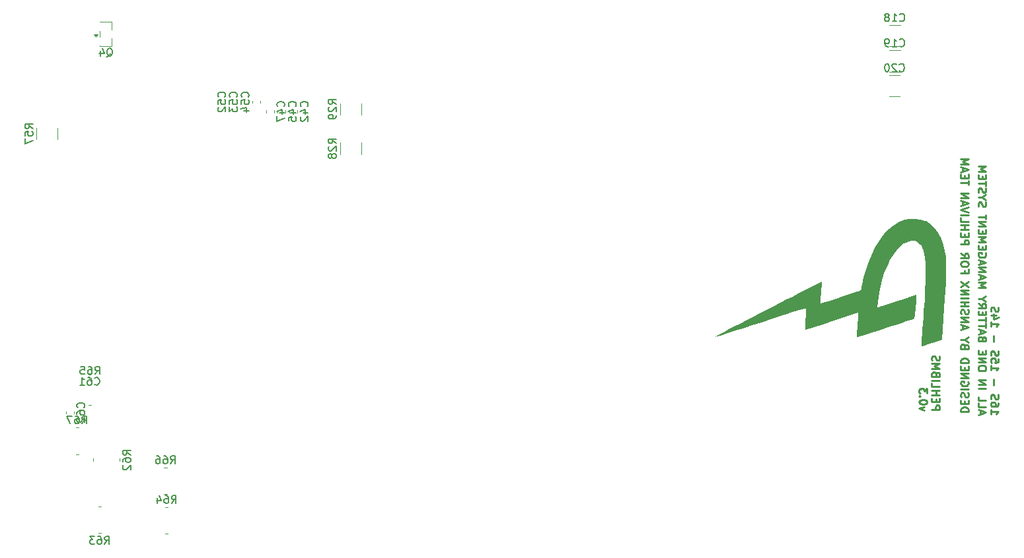
<source format=gbr>
%TF.GenerationSoftware,KiCad,Pcbnew,9.0.7*%
%TF.CreationDate,2026-02-19T04:12:07+03:00*%
%TF.ProjectId,shell-bms,7368656c-6c2d-4626-9d73-2e6b69636164,rev?*%
%TF.SameCoordinates,Original*%
%TF.FileFunction,Legend,Bot*%
%TF.FilePolarity,Positive*%
%FSLAX46Y46*%
G04 Gerber Fmt 4.6, Leading zero omitted, Abs format (unit mm)*
G04 Created by KiCad (PCBNEW 9.0.7) date 2026-02-19 04:12:07*
%MOMM*%
%LPD*%
G01*
G04 APERTURE LIST*
%ADD10C,0.250000*%
%ADD11C,0.150000*%
%ADD12C,0.120000*%
%ADD13C,0.000000*%
G04 APERTURE END LIST*
D10*
X162943824Y-153097431D02*
X163943824Y-153097431D01*
X163943824Y-153097431D02*
X163943824Y-152716479D01*
X163943824Y-152716479D02*
X163896205Y-152621241D01*
X163896205Y-152621241D02*
X163848586Y-152573622D01*
X163848586Y-152573622D02*
X163753348Y-152526003D01*
X163753348Y-152526003D02*
X163610491Y-152526003D01*
X163610491Y-152526003D02*
X163515253Y-152573622D01*
X163515253Y-152573622D02*
X163467634Y-152621241D01*
X163467634Y-152621241D02*
X163420015Y-152716479D01*
X163420015Y-152716479D02*
X163420015Y-153097431D01*
X163467634Y-152097431D02*
X163467634Y-151764098D01*
X162943824Y-151621241D02*
X162943824Y-152097431D01*
X162943824Y-152097431D02*
X163943824Y-152097431D01*
X163943824Y-152097431D02*
X163943824Y-151621241D01*
X162943824Y-151192669D02*
X163943824Y-151192669D01*
X163467634Y-151192669D02*
X163467634Y-150621241D01*
X162943824Y-150621241D02*
X163943824Y-150621241D01*
X162943824Y-149668860D02*
X162943824Y-150145050D01*
X162943824Y-150145050D02*
X163943824Y-150145050D01*
X162943824Y-149335526D02*
X163943824Y-149335526D01*
X163467634Y-148526003D02*
X163420015Y-148383146D01*
X163420015Y-148383146D02*
X163372396Y-148335527D01*
X163372396Y-148335527D02*
X163277158Y-148287908D01*
X163277158Y-148287908D02*
X163134301Y-148287908D01*
X163134301Y-148287908D02*
X163039063Y-148335527D01*
X163039063Y-148335527D02*
X162991444Y-148383146D01*
X162991444Y-148383146D02*
X162943824Y-148478384D01*
X162943824Y-148478384D02*
X162943824Y-148859336D01*
X162943824Y-148859336D02*
X163943824Y-148859336D01*
X163943824Y-148859336D02*
X163943824Y-148526003D01*
X163943824Y-148526003D02*
X163896205Y-148430765D01*
X163896205Y-148430765D02*
X163848586Y-148383146D01*
X163848586Y-148383146D02*
X163753348Y-148335527D01*
X163753348Y-148335527D02*
X163658110Y-148335527D01*
X163658110Y-148335527D02*
X163562872Y-148383146D01*
X163562872Y-148383146D02*
X163515253Y-148430765D01*
X163515253Y-148430765D02*
X163467634Y-148526003D01*
X163467634Y-148526003D02*
X163467634Y-148859336D01*
X162943824Y-147859336D02*
X163943824Y-147859336D01*
X163943824Y-147859336D02*
X163229539Y-147526003D01*
X163229539Y-147526003D02*
X163943824Y-147192670D01*
X163943824Y-147192670D02*
X162943824Y-147192670D01*
X162991444Y-146764098D02*
X162943824Y-146621241D01*
X162943824Y-146621241D02*
X162943824Y-146383146D01*
X162943824Y-146383146D02*
X162991444Y-146287908D01*
X162991444Y-146287908D02*
X163039063Y-146240289D01*
X163039063Y-146240289D02*
X163134301Y-146192670D01*
X163134301Y-146192670D02*
X163229539Y-146192670D01*
X163229539Y-146192670D02*
X163324777Y-146240289D01*
X163324777Y-146240289D02*
X163372396Y-146287908D01*
X163372396Y-146287908D02*
X163420015Y-146383146D01*
X163420015Y-146383146D02*
X163467634Y-146573622D01*
X163467634Y-146573622D02*
X163515253Y-146668860D01*
X163515253Y-146668860D02*
X163562872Y-146716479D01*
X163562872Y-146716479D02*
X163658110Y-146764098D01*
X163658110Y-146764098D02*
X163753348Y-146764098D01*
X163753348Y-146764098D02*
X163848586Y-146716479D01*
X163848586Y-146716479D02*
X163896205Y-146668860D01*
X163896205Y-146668860D02*
X163943824Y-146573622D01*
X163943824Y-146573622D02*
X163943824Y-146335527D01*
X163943824Y-146335527D02*
X163896205Y-146192670D01*
X162000547Y-153192669D02*
X161333880Y-152954574D01*
X161333880Y-152954574D02*
X162000547Y-152716479D01*
X162333880Y-152145050D02*
X162333880Y-152049812D01*
X162333880Y-152049812D02*
X162286261Y-151954574D01*
X162286261Y-151954574D02*
X162238642Y-151906955D01*
X162238642Y-151906955D02*
X162143404Y-151859336D01*
X162143404Y-151859336D02*
X161952928Y-151811717D01*
X161952928Y-151811717D02*
X161714833Y-151811717D01*
X161714833Y-151811717D02*
X161524357Y-151859336D01*
X161524357Y-151859336D02*
X161429119Y-151906955D01*
X161429119Y-151906955D02*
X161381500Y-151954574D01*
X161381500Y-151954574D02*
X161333880Y-152049812D01*
X161333880Y-152049812D02*
X161333880Y-152145050D01*
X161333880Y-152145050D02*
X161381500Y-152240288D01*
X161381500Y-152240288D02*
X161429119Y-152287907D01*
X161429119Y-152287907D02*
X161524357Y-152335526D01*
X161524357Y-152335526D02*
X161714833Y-152383145D01*
X161714833Y-152383145D02*
X161952928Y-152383145D01*
X161952928Y-152383145D02*
X162143404Y-152335526D01*
X162143404Y-152335526D02*
X162238642Y-152287907D01*
X162238642Y-152287907D02*
X162286261Y-152240288D01*
X162286261Y-152240288D02*
X162333880Y-152145050D01*
X161429119Y-151383145D02*
X161381500Y-151335526D01*
X161381500Y-151335526D02*
X161333880Y-151383145D01*
X161333880Y-151383145D02*
X161381500Y-151430764D01*
X161381500Y-151430764D02*
X161429119Y-151383145D01*
X161429119Y-151383145D02*
X161333880Y-151383145D01*
X162333880Y-151002193D02*
X162333880Y-150383146D01*
X162333880Y-150383146D02*
X161952928Y-150716479D01*
X161952928Y-150716479D02*
X161952928Y-150573622D01*
X161952928Y-150573622D02*
X161905309Y-150478384D01*
X161905309Y-150478384D02*
X161857690Y-150430765D01*
X161857690Y-150430765D02*
X161762452Y-150383146D01*
X161762452Y-150383146D02*
X161524357Y-150383146D01*
X161524357Y-150383146D02*
X161429119Y-150430765D01*
X161429119Y-150430765D02*
X161381500Y-150478384D01*
X161381500Y-150478384D02*
X161333880Y-150573622D01*
X161333880Y-150573622D02*
X161333880Y-150859336D01*
X161333880Y-150859336D02*
X161381500Y-150954574D01*
X161381500Y-150954574D02*
X161429119Y-151002193D01*
X166635380Y-153347431D02*
X167635380Y-153347431D01*
X167635380Y-153347431D02*
X167635380Y-153109336D01*
X167635380Y-153109336D02*
X167587761Y-152966479D01*
X167587761Y-152966479D02*
X167492523Y-152871241D01*
X167492523Y-152871241D02*
X167397285Y-152823622D01*
X167397285Y-152823622D02*
X167206809Y-152776003D01*
X167206809Y-152776003D02*
X167063952Y-152776003D01*
X167063952Y-152776003D02*
X166873476Y-152823622D01*
X166873476Y-152823622D02*
X166778238Y-152871241D01*
X166778238Y-152871241D02*
X166683000Y-152966479D01*
X166683000Y-152966479D02*
X166635380Y-153109336D01*
X166635380Y-153109336D02*
X166635380Y-153347431D01*
X167159190Y-152347431D02*
X167159190Y-152014098D01*
X166635380Y-151871241D02*
X166635380Y-152347431D01*
X166635380Y-152347431D02*
X167635380Y-152347431D01*
X167635380Y-152347431D02*
X167635380Y-151871241D01*
X166683000Y-151490288D02*
X166635380Y-151347431D01*
X166635380Y-151347431D02*
X166635380Y-151109336D01*
X166635380Y-151109336D02*
X166683000Y-151014098D01*
X166683000Y-151014098D02*
X166730619Y-150966479D01*
X166730619Y-150966479D02*
X166825857Y-150918860D01*
X166825857Y-150918860D02*
X166921095Y-150918860D01*
X166921095Y-150918860D02*
X167016333Y-150966479D01*
X167016333Y-150966479D02*
X167063952Y-151014098D01*
X167063952Y-151014098D02*
X167111571Y-151109336D01*
X167111571Y-151109336D02*
X167159190Y-151299812D01*
X167159190Y-151299812D02*
X167206809Y-151395050D01*
X167206809Y-151395050D02*
X167254428Y-151442669D01*
X167254428Y-151442669D02*
X167349666Y-151490288D01*
X167349666Y-151490288D02*
X167444904Y-151490288D01*
X167444904Y-151490288D02*
X167540142Y-151442669D01*
X167540142Y-151442669D02*
X167587761Y-151395050D01*
X167587761Y-151395050D02*
X167635380Y-151299812D01*
X167635380Y-151299812D02*
X167635380Y-151061717D01*
X167635380Y-151061717D02*
X167587761Y-150918860D01*
X166635380Y-150490288D02*
X167635380Y-150490288D01*
X167587761Y-149490289D02*
X167635380Y-149585527D01*
X167635380Y-149585527D02*
X167635380Y-149728384D01*
X167635380Y-149728384D02*
X167587761Y-149871241D01*
X167587761Y-149871241D02*
X167492523Y-149966479D01*
X167492523Y-149966479D02*
X167397285Y-150014098D01*
X167397285Y-150014098D02*
X167206809Y-150061717D01*
X167206809Y-150061717D02*
X167063952Y-150061717D01*
X167063952Y-150061717D02*
X166873476Y-150014098D01*
X166873476Y-150014098D02*
X166778238Y-149966479D01*
X166778238Y-149966479D02*
X166683000Y-149871241D01*
X166683000Y-149871241D02*
X166635380Y-149728384D01*
X166635380Y-149728384D02*
X166635380Y-149633146D01*
X166635380Y-149633146D02*
X166683000Y-149490289D01*
X166683000Y-149490289D02*
X166730619Y-149442670D01*
X166730619Y-149442670D02*
X167063952Y-149442670D01*
X167063952Y-149442670D02*
X167063952Y-149633146D01*
X166635380Y-149014098D02*
X167635380Y-149014098D01*
X167635380Y-149014098D02*
X166635380Y-148442670D01*
X166635380Y-148442670D02*
X167635380Y-148442670D01*
X167159190Y-147966479D02*
X167159190Y-147633146D01*
X166635380Y-147490289D02*
X166635380Y-147966479D01*
X166635380Y-147966479D02*
X167635380Y-147966479D01*
X167635380Y-147966479D02*
X167635380Y-147490289D01*
X166635380Y-147061717D02*
X167635380Y-147061717D01*
X167635380Y-147061717D02*
X167635380Y-146823622D01*
X167635380Y-146823622D02*
X167587761Y-146680765D01*
X167587761Y-146680765D02*
X167492523Y-146585527D01*
X167492523Y-146585527D02*
X167397285Y-146537908D01*
X167397285Y-146537908D02*
X167206809Y-146490289D01*
X167206809Y-146490289D02*
X167063952Y-146490289D01*
X167063952Y-146490289D02*
X166873476Y-146537908D01*
X166873476Y-146537908D02*
X166778238Y-146585527D01*
X166778238Y-146585527D02*
X166683000Y-146680765D01*
X166683000Y-146680765D02*
X166635380Y-146823622D01*
X166635380Y-146823622D02*
X166635380Y-147061717D01*
X167159190Y-144966479D02*
X167111571Y-144823622D01*
X167111571Y-144823622D02*
X167063952Y-144776003D01*
X167063952Y-144776003D02*
X166968714Y-144728384D01*
X166968714Y-144728384D02*
X166825857Y-144728384D01*
X166825857Y-144728384D02*
X166730619Y-144776003D01*
X166730619Y-144776003D02*
X166683000Y-144823622D01*
X166683000Y-144823622D02*
X166635380Y-144918860D01*
X166635380Y-144918860D02*
X166635380Y-145299812D01*
X166635380Y-145299812D02*
X167635380Y-145299812D01*
X167635380Y-145299812D02*
X167635380Y-144966479D01*
X167635380Y-144966479D02*
X167587761Y-144871241D01*
X167587761Y-144871241D02*
X167540142Y-144823622D01*
X167540142Y-144823622D02*
X167444904Y-144776003D01*
X167444904Y-144776003D02*
X167349666Y-144776003D01*
X167349666Y-144776003D02*
X167254428Y-144823622D01*
X167254428Y-144823622D02*
X167206809Y-144871241D01*
X167206809Y-144871241D02*
X167159190Y-144966479D01*
X167159190Y-144966479D02*
X167159190Y-145299812D01*
X167111571Y-144109336D02*
X166635380Y-144109336D01*
X167635380Y-144442669D02*
X167111571Y-144109336D01*
X167111571Y-144109336D02*
X167635380Y-143776003D01*
X166921095Y-142728383D02*
X166921095Y-142252193D01*
X166635380Y-142823621D02*
X167635380Y-142490288D01*
X167635380Y-142490288D02*
X166635380Y-142156955D01*
X166635380Y-141823621D02*
X167635380Y-141823621D01*
X167635380Y-141823621D02*
X166635380Y-141252193D01*
X166635380Y-141252193D02*
X167635380Y-141252193D01*
X166683000Y-140823621D02*
X166635380Y-140680764D01*
X166635380Y-140680764D02*
X166635380Y-140442669D01*
X166635380Y-140442669D02*
X166683000Y-140347431D01*
X166683000Y-140347431D02*
X166730619Y-140299812D01*
X166730619Y-140299812D02*
X166825857Y-140252193D01*
X166825857Y-140252193D02*
X166921095Y-140252193D01*
X166921095Y-140252193D02*
X167016333Y-140299812D01*
X167016333Y-140299812D02*
X167063952Y-140347431D01*
X167063952Y-140347431D02*
X167111571Y-140442669D01*
X167111571Y-140442669D02*
X167159190Y-140633145D01*
X167159190Y-140633145D02*
X167206809Y-140728383D01*
X167206809Y-140728383D02*
X167254428Y-140776002D01*
X167254428Y-140776002D02*
X167349666Y-140823621D01*
X167349666Y-140823621D02*
X167444904Y-140823621D01*
X167444904Y-140823621D02*
X167540142Y-140776002D01*
X167540142Y-140776002D02*
X167587761Y-140728383D01*
X167587761Y-140728383D02*
X167635380Y-140633145D01*
X167635380Y-140633145D02*
X167635380Y-140395050D01*
X167635380Y-140395050D02*
X167587761Y-140252193D01*
X166635380Y-139823621D02*
X167635380Y-139823621D01*
X167159190Y-139823621D02*
X167159190Y-139252193D01*
X166635380Y-139252193D02*
X167635380Y-139252193D01*
X166635380Y-138776002D02*
X167635380Y-138776002D01*
X166635380Y-138299812D02*
X167635380Y-138299812D01*
X167635380Y-138299812D02*
X166635380Y-137728384D01*
X166635380Y-137728384D02*
X167635380Y-137728384D01*
X167635380Y-137347431D02*
X166635380Y-136680765D01*
X167635380Y-136680765D02*
X166635380Y-137347431D01*
X167159190Y-135204574D02*
X167159190Y-135537907D01*
X166635380Y-135537907D02*
X167635380Y-135537907D01*
X167635380Y-135537907D02*
X167635380Y-135061717D01*
X167635380Y-134490288D02*
X167635380Y-134299812D01*
X167635380Y-134299812D02*
X167587761Y-134204574D01*
X167587761Y-134204574D02*
X167492523Y-134109336D01*
X167492523Y-134109336D02*
X167302047Y-134061717D01*
X167302047Y-134061717D02*
X166968714Y-134061717D01*
X166968714Y-134061717D02*
X166778238Y-134109336D01*
X166778238Y-134109336D02*
X166683000Y-134204574D01*
X166683000Y-134204574D02*
X166635380Y-134299812D01*
X166635380Y-134299812D02*
X166635380Y-134490288D01*
X166635380Y-134490288D02*
X166683000Y-134585526D01*
X166683000Y-134585526D02*
X166778238Y-134680764D01*
X166778238Y-134680764D02*
X166968714Y-134728383D01*
X166968714Y-134728383D02*
X167302047Y-134728383D01*
X167302047Y-134728383D02*
X167492523Y-134680764D01*
X167492523Y-134680764D02*
X167587761Y-134585526D01*
X167587761Y-134585526D02*
X167635380Y-134490288D01*
X166635380Y-133061717D02*
X167111571Y-133395050D01*
X166635380Y-133633145D02*
X167635380Y-133633145D01*
X167635380Y-133633145D02*
X167635380Y-133252193D01*
X167635380Y-133252193D02*
X167587761Y-133156955D01*
X167587761Y-133156955D02*
X167540142Y-133109336D01*
X167540142Y-133109336D02*
X167444904Y-133061717D01*
X167444904Y-133061717D02*
X167302047Y-133061717D01*
X167302047Y-133061717D02*
X167206809Y-133109336D01*
X167206809Y-133109336D02*
X167159190Y-133156955D01*
X167159190Y-133156955D02*
X167111571Y-133252193D01*
X167111571Y-133252193D02*
X167111571Y-133633145D01*
X166635380Y-131871240D02*
X167635380Y-131871240D01*
X167635380Y-131871240D02*
X167635380Y-131490288D01*
X167635380Y-131490288D02*
X167587761Y-131395050D01*
X167587761Y-131395050D02*
X167540142Y-131347431D01*
X167540142Y-131347431D02*
X167444904Y-131299812D01*
X167444904Y-131299812D02*
X167302047Y-131299812D01*
X167302047Y-131299812D02*
X167206809Y-131347431D01*
X167206809Y-131347431D02*
X167159190Y-131395050D01*
X167159190Y-131395050D02*
X167111571Y-131490288D01*
X167111571Y-131490288D02*
X167111571Y-131871240D01*
X167159190Y-130871240D02*
X167159190Y-130537907D01*
X166635380Y-130395050D02*
X166635380Y-130871240D01*
X166635380Y-130871240D02*
X167635380Y-130871240D01*
X167635380Y-130871240D02*
X167635380Y-130395050D01*
X166635380Y-129966478D02*
X167635380Y-129966478D01*
X167159190Y-129966478D02*
X167159190Y-129395050D01*
X166635380Y-129395050D02*
X167635380Y-129395050D01*
X166635380Y-128442669D02*
X166635380Y-128918859D01*
X166635380Y-128918859D02*
X167635380Y-128918859D01*
X166635380Y-128109335D02*
X167635380Y-128109335D01*
X167635380Y-127776002D02*
X166635380Y-127442669D01*
X166635380Y-127442669D02*
X167635380Y-127109336D01*
X166921095Y-126823621D02*
X166921095Y-126347431D01*
X166635380Y-126918859D02*
X167635380Y-126585526D01*
X167635380Y-126585526D02*
X166635380Y-126252193D01*
X166635380Y-125918859D02*
X167635380Y-125918859D01*
X167635380Y-125918859D02*
X166635380Y-125347431D01*
X166635380Y-125347431D02*
X167635380Y-125347431D01*
X167635380Y-124252192D02*
X167635380Y-123680764D01*
X166635380Y-123966478D02*
X167635380Y-123966478D01*
X167159190Y-123347430D02*
X167159190Y-123014097D01*
X166635380Y-122871240D02*
X166635380Y-123347430D01*
X166635380Y-123347430D02*
X167635380Y-123347430D01*
X167635380Y-123347430D02*
X167635380Y-122871240D01*
X166921095Y-122490287D02*
X166921095Y-122014097D01*
X166635380Y-122585525D02*
X167635380Y-122252192D01*
X167635380Y-122252192D02*
X166635380Y-121918859D01*
X166635380Y-121585525D02*
X167635380Y-121585525D01*
X167635380Y-121585525D02*
X166921095Y-121252192D01*
X166921095Y-121252192D02*
X167635380Y-120918859D01*
X167635380Y-120918859D02*
X166635380Y-120918859D01*
X170495324Y-153073622D02*
X170495324Y-153645050D01*
X170495324Y-153359336D02*
X171495324Y-153359336D01*
X171495324Y-153359336D02*
X171352467Y-153454574D01*
X171352467Y-153454574D02*
X171257229Y-153549812D01*
X171257229Y-153549812D02*
X171209610Y-153645050D01*
X171495324Y-152216479D02*
X171495324Y-152406955D01*
X171495324Y-152406955D02*
X171447705Y-152502193D01*
X171447705Y-152502193D02*
X171400086Y-152549812D01*
X171400086Y-152549812D02*
X171257229Y-152645050D01*
X171257229Y-152645050D02*
X171066753Y-152692669D01*
X171066753Y-152692669D02*
X170685801Y-152692669D01*
X170685801Y-152692669D02*
X170590563Y-152645050D01*
X170590563Y-152645050D02*
X170542944Y-152597431D01*
X170542944Y-152597431D02*
X170495324Y-152502193D01*
X170495324Y-152502193D02*
X170495324Y-152311717D01*
X170495324Y-152311717D02*
X170542944Y-152216479D01*
X170542944Y-152216479D02*
X170590563Y-152168860D01*
X170590563Y-152168860D02*
X170685801Y-152121241D01*
X170685801Y-152121241D02*
X170923896Y-152121241D01*
X170923896Y-152121241D02*
X171019134Y-152168860D01*
X171019134Y-152168860D02*
X171066753Y-152216479D01*
X171066753Y-152216479D02*
X171114372Y-152311717D01*
X171114372Y-152311717D02*
X171114372Y-152502193D01*
X171114372Y-152502193D02*
X171066753Y-152597431D01*
X171066753Y-152597431D02*
X171019134Y-152645050D01*
X171019134Y-152645050D02*
X170923896Y-152692669D01*
X170542944Y-151740288D02*
X170495324Y-151597431D01*
X170495324Y-151597431D02*
X170495324Y-151359336D01*
X170495324Y-151359336D02*
X170542944Y-151264098D01*
X170542944Y-151264098D02*
X170590563Y-151216479D01*
X170590563Y-151216479D02*
X170685801Y-151168860D01*
X170685801Y-151168860D02*
X170781039Y-151168860D01*
X170781039Y-151168860D02*
X170876277Y-151216479D01*
X170876277Y-151216479D02*
X170923896Y-151264098D01*
X170923896Y-151264098D02*
X170971515Y-151359336D01*
X170971515Y-151359336D02*
X171019134Y-151549812D01*
X171019134Y-151549812D02*
X171066753Y-151645050D01*
X171066753Y-151645050D02*
X171114372Y-151692669D01*
X171114372Y-151692669D02*
X171209610Y-151740288D01*
X171209610Y-151740288D02*
X171304848Y-151740288D01*
X171304848Y-151740288D02*
X171400086Y-151692669D01*
X171400086Y-151692669D02*
X171447705Y-151645050D01*
X171447705Y-151645050D02*
X171495324Y-151549812D01*
X171495324Y-151549812D02*
X171495324Y-151311717D01*
X171495324Y-151311717D02*
X171447705Y-151168860D01*
X170876277Y-149978383D02*
X170876277Y-149216479D01*
X170495324Y-147454574D02*
X170495324Y-148026002D01*
X170495324Y-147740288D02*
X171495324Y-147740288D01*
X171495324Y-147740288D02*
X171352467Y-147835526D01*
X171352467Y-147835526D02*
X171257229Y-147930764D01*
X171257229Y-147930764D02*
X171209610Y-148026002D01*
X171495324Y-146549812D02*
X171495324Y-147026002D01*
X171495324Y-147026002D02*
X171019134Y-147073621D01*
X171019134Y-147073621D02*
X171066753Y-147026002D01*
X171066753Y-147026002D02*
X171114372Y-146930764D01*
X171114372Y-146930764D02*
X171114372Y-146692669D01*
X171114372Y-146692669D02*
X171066753Y-146597431D01*
X171066753Y-146597431D02*
X171019134Y-146549812D01*
X171019134Y-146549812D02*
X170923896Y-146502193D01*
X170923896Y-146502193D02*
X170685801Y-146502193D01*
X170685801Y-146502193D02*
X170590563Y-146549812D01*
X170590563Y-146549812D02*
X170542944Y-146597431D01*
X170542944Y-146597431D02*
X170495324Y-146692669D01*
X170495324Y-146692669D02*
X170495324Y-146930764D01*
X170495324Y-146930764D02*
X170542944Y-147026002D01*
X170542944Y-147026002D02*
X170590563Y-147073621D01*
X170542944Y-146121240D02*
X170495324Y-145978383D01*
X170495324Y-145978383D02*
X170495324Y-145740288D01*
X170495324Y-145740288D02*
X170542944Y-145645050D01*
X170542944Y-145645050D02*
X170590563Y-145597431D01*
X170590563Y-145597431D02*
X170685801Y-145549812D01*
X170685801Y-145549812D02*
X170781039Y-145549812D01*
X170781039Y-145549812D02*
X170876277Y-145597431D01*
X170876277Y-145597431D02*
X170923896Y-145645050D01*
X170923896Y-145645050D02*
X170971515Y-145740288D01*
X170971515Y-145740288D02*
X171019134Y-145930764D01*
X171019134Y-145930764D02*
X171066753Y-146026002D01*
X171066753Y-146026002D02*
X171114372Y-146073621D01*
X171114372Y-146073621D02*
X171209610Y-146121240D01*
X171209610Y-146121240D02*
X171304848Y-146121240D01*
X171304848Y-146121240D02*
X171400086Y-146073621D01*
X171400086Y-146073621D02*
X171447705Y-146026002D01*
X171447705Y-146026002D02*
X171495324Y-145930764D01*
X171495324Y-145930764D02*
X171495324Y-145692669D01*
X171495324Y-145692669D02*
X171447705Y-145549812D01*
X170876277Y-144359335D02*
X170876277Y-143597431D01*
X170495324Y-141835526D02*
X170495324Y-142406954D01*
X170495324Y-142121240D02*
X171495324Y-142121240D01*
X171495324Y-142121240D02*
X171352467Y-142216478D01*
X171352467Y-142216478D02*
X171257229Y-142311716D01*
X171257229Y-142311716D02*
X171209610Y-142406954D01*
X171161991Y-140978383D02*
X170495324Y-140978383D01*
X171542944Y-141216478D02*
X170828658Y-141454573D01*
X170828658Y-141454573D02*
X170828658Y-140835526D01*
X170542944Y-140502192D02*
X170495324Y-140359335D01*
X170495324Y-140359335D02*
X170495324Y-140121240D01*
X170495324Y-140121240D02*
X170542944Y-140026002D01*
X170542944Y-140026002D02*
X170590563Y-139978383D01*
X170590563Y-139978383D02*
X170685801Y-139930764D01*
X170685801Y-139930764D02*
X170781039Y-139930764D01*
X170781039Y-139930764D02*
X170876277Y-139978383D01*
X170876277Y-139978383D02*
X170923896Y-140026002D01*
X170923896Y-140026002D02*
X170971515Y-140121240D01*
X170971515Y-140121240D02*
X171019134Y-140311716D01*
X171019134Y-140311716D02*
X171066753Y-140406954D01*
X171066753Y-140406954D02*
X171114372Y-140454573D01*
X171114372Y-140454573D02*
X171209610Y-140502192D01*
X171209610Y-140502192D02*
X171304848Y-140502192D01*
X171304848Y-140502192D02*
X171400086Y-140454573D01*
X171400086Y-140454573D02*
X171447705Y-140406954D01*
X171447705Y-140406954D02*
X171495324Y-140311716D01*
X171495324Y-140311716D02*
X171495324Y-140073621D01*
X171495324Y-140073621D02*
X171447705Y-139930764D01*
X169171095Y-153645050D02*
X169171095Y-153168860D01*
X168885380Y-153740288D02*
X169885380Y-153406955D01*
X169885380Y-153406955D02*
X168885380Y-153073622D01*
X168885380Y-152264098D02*
X168885380Y-152740288D01*
X168885380Y-152740288D02*
X169885380Y-152740288D01*
X168885380Y-151454574D02*
X168885380Y-151930764D01*
X168885380Y-151930764D02*
X169885380Y-151930764D01*
X168885380Y-150359335D02*
X169885380Y-150359335D01*
X168885380Y-149883145D02*
X169885380Y-149883145D01*
X169885380Y-149883145D02*
X168885380Y-149311717D01*
X168885380Y-149311717D02*
X169885380Y-149311717D01*
X169885380Y-147883145D02*
X169885380Y-147692669D01*
X169885380Y-147692669D02*
X169837761Y-147597431D01*
X169837761Y-147597431D02*
X169742523Y-147502193D01*
X169742523Y-147502193D02*
X169552047Y-147454574D01*
X169552047Y-147454574D02*
X169218714Y-147454574D01*
X169218714Y-147454574D02*
X169028238Y-147502193D01*
X169028238Y-147502193D02*
X168933000Y-147597431D01*
X168933000Y-147597431D02*
X168885380Y-147692669D01*
X168885380Y-147692669D02*
X168885380Y-147883145D01*
X168885380Y-147883145D02*
X168933000Y-147978383D01*
X168933000Y-147978383D02*
X169028238Y-148073621D01*
X169028238Y-148073621D02*
X169218714Y-148121240D01*
X169218714Y-148121240D02*
X169552047Y-148121240D01*
X169552047Y-148121240D02*
X169742523Y-148073621D01*
X169742523Y-148073621D02*
X169837761Y-147978383D01*
X169837761Y-147978383D02*
X169885380Y-147883145D01*
X168885380Y-147026002D02*
X169885380Y-147026002D01*
X169885380Y-147026002D02*
X168885380Y-146454574D01*
X168885380Y-146454574D02*
X169885380Y-146454574D01*
X169409190Y-145978383D02*
X169409190Y-145645050D01*
X168885380Y-145502193D02*
X168885380Y-145978383D01*
X168885380Y-145978383D02*
X169885380Y-145978383D01*
X169885380Y-145978383D02*
X169885380Y-145502193D01*
X169409190Y-143978383D02*
X169361571Y-143835526D01*
X169361571Y-143835526D02*
X169313952Y-143787907D01*
X169313952Y-143787907D02*
X169218714Y-143740288D01*
X169218714Y-143740288D02*
X169075857Y-143740288D01*
X169075857Y-143740288D02*
X168980619Y-143787907D01*
X168980619Y-143787907D02*
X168933000Y-143835526D01*
X168933000Y-143835526D02*
X168885380Y-143930764D01*
X168885380Y-143930764D02*
X168885380Y-144311716D01*
X168885380Y-144311716D02*
X169885380Y-144311716D01*
X169885380Y-144311716D02*
X169885380Y-143978383D01*
X169885380Y-143978383D02*
X169837761Y-143883145D01*
X169837761Y-143883145D02*
X169790142Y-143835526D01*
X169790142Y-143835526D02*
X169694904Y-143787907D01*
X169694904Y-143787907D02*
X169599666Y-143787907D01*
X169599666Y-143787907D02*
X169504428Y-143835526D01*
X169504428Y-143835526D02*
X169456809Y-143883145D01*
X169456809Y-143883145D02*
X169409190Y-143978383D01*
X169409190Y-143978383D02*
X169409190Y-144311716D01*
X169171095Y-143359335D02*
X169171095Y-142883145D01*
X168885380Y-143454573D02*
X169885380Y-143121240D01*
X169885380Y-143121240D02*
X168885380Y-142787907D01*
X169885380Y-142597430D02*
X169885380Y-142026002D01*
X168885380Y-142311716D02*
X169885380Y-142311716D01*
X169885380Y-141835525D02*
X169885380Y-141264097D01*
X168885380Y-141549811D02*
X169885380Y-141549811D01*
X169409190Y-140930763D02*
X169409190Y-140597430D01*
X168885380Y-140454573D02*
X168885380Y-140930763D01*
X168885380Y-140930763D02*
X169885380Y-140930763D01*
X169885380Y-140930763D02*
X169885380Y-140454573D01*
X168885380Y-139454573D02*
X169361571Y-139787906D01*
X168885380Y-140026001D02*
X169885380Y-140026001D01*
X169885380Y-140026001D02*
X169885380Y-139645049D01*
X169885380Y-139645049D02*
X169837761Y-139549811D01*
X169837761Y-139549811D02*
X169790142Y-139502192D01*
X169790142Y-139502192D02*
X169694904Y-139454573D01*
X169694904Y-139454573D02*
X169552047Y-139454573D01*
X169552047Y-139454573D02*
X169456809Y-139502192D01*
X169456809Y-139502192D02*
X169409190Y-139549811D01*
X169409190Y-139549811D02*
X169361571Y-139645049D01*
X169361571Y-139645049D02*
X169361571Y-140026001D01*
X169361571Y-138835525D02*
X168885380Y-138835525D01*
X169885380Y-139168858D02*
X169361571Y-138835525D01*
X169361571Y-138835525D02*
X169885380Y-138502192D01*
X168885380Y-137406953D02*
X169885380Y-137406953D01*
X169885380Y-137406953D02*
X169171095Y-137073620D01*
X169171095Y-137073620D02*
X169885380Y-136740287D01*
X169885380Y-136740287D02*
X168885380Y-136740287D01*
X169171095Y-136311715D02*
X169171095Y-135835525D01*
X168885380Y-136406953D02*
X169885380Y-136073620D01*
X169885380Y-136073620D02*
X168885380Y-135740287D01*
X168885380Y-135406953D02*
X169885380Y-135406953D01*
X169885380Y-135406953D02*
X168885380Y-134835525D01*
X168885380Y-134835525D02*
X169885380Y-134835525D01*
X169171095Y-134406953D02*
X169171095Y-133930763D01*
X168885380Y-134502191D02*
X169885380Y-134168858D01*
X169885380Y-134168858D02*
X168885380Y-133835525D01*
X169837761Y-132978382D02*
X169885380Y-133073620D01*
X169885380Y-133073620D02*
X169885380Y-133216477D01*
X169885380Y-133216477D02*
X169837761Y-133359334D01*
X169837761Y-133359334D02*
X169742523Y-133454572D01*
X169742523Y-133454572D02*
X169647285Y-133502191D01*
X169647285Y-133502191D02*
X169456809Y-133549810D01*
X169456809Y-133549810D02*
X169313952Y-133549810D01*
X169313952Y-133549810D02*
X169123476Y-133502191D01*
X169123476Y-133502191D02*
X169028238Y-133454572D01*
X169028238Y-133454572D02*
X168933000Y-133359334D01*
X168933000Y-133359334D02*
X168885380Y-133216477D01*
X168885380Y-133216477D02*
X168885380Y-133121239D01*
X168885380Y-133121239D02*
X168933000Y-132978382D01*
X168933000Y-132978382D02*
X168980619Y-132930763D01*
X168980619Y-132930763D02*
X169313952Y-132930763D01*
X169313952Y-132930763D02*
X169313952Y-133121239D01*
X169409190Y-132502191D02*
X169409190Y-132168858D01*
X168885380Y-132026001D02*
X168885380Y-132502191D01*
X168885380Y-132502191D02*
X169885380Y-132502191D01*
X169885380Y-132502191D02*
X169885380Y-132026001D01*
X168885380Y-131597429D02*
X169885380Y-131597429D01*
X169885380Y-131597429D02*
X169171095Y-131264096D01*
X169171095Y-131264096D02*
X169885380Y-130930763D01*
X169885380Y-130930763D02*
X168885380Y-130930763D01*
X169409190Y-130454572D02*
X169409190Y-130121239D01*
X168885380Y-129978382D02*
X168885380Y-130454572D01*
X168885380Y-130454572D02*
X169885380Y-130454572D01*
X169885380Y-130454572D02*
X169885380Y-129978382D01*
X168885380Y-129549810D02*
X169885380Y-129549810D01*
X169885380Y-129549810D02*
X168885380Y-128978382D01*
X168885380Y-128978382D02*
X169885380Y-128978382D01*
X169885380Y-128645048D02*
X169885380Y-128073620D01*
X168885380Y-128359334D02*
X169885380Y-128359334D01*
X168933000Y-127026000D02*
X168885380Y-126883143D01*
X168885380Y-126883143D02*
X168885380Y-126645048D01*
X168885380Y-126645048D02*
X168933000Y-126549810D01*
X168933000Y-126549810D02*
X168980619Y-126502191D01*
X168980619Y-126502191D02*
X169075857Y-126454572D01*
X169075857Y-126454572D02*
X169171095Y-126454572D01*
X169171095Y-126454572D02*
X169266333Y-126502191D01*
X169266333Y-126502191D02*
X169313952Y-126549810D01*
X169313952Y-126549810D02*
X169361571Y-126645048D01*
X169361571Y-126645048D02*
X169409190Y-126835524D01*
X169409190Y-126835524D02*
X169456809Y-126930762D01*
X169456809Y-126930762D02*
X169504428Y-126978381D01*
X169504428Y-126978381D02*
X169599666Y-127026000D01*
X169599666Y-127026000D02*
X169694904Y-127026000D01*
X169694904Y-127026000D02*
X169790142Y-126978381D01*
X169790142Y-126978381D02*
X169837761Y-126930762D01*
X169837761Y-126930762D02*
X169885380Y-126835524D01*
X169885380Y-126835524D02*
X169885380Y-126597429D01*
X169885380Y-126597429D02*
X169837761Y-126454572D01*
X169361571Y-125835524D02*
X168885380Y-125835524D01*
X169885380Y-126168857D02*
X169361571Y-125835524D01*
X169361571Y-125835524D02*
X169885380Y-125502191D01*
X168933000Y-125216476D02*
X168885380Y-125073619D01*
X168885380Y-125073619D02*
X168885380Y-124835524D01*
X168885380Y-124835524D02*
X168933000Y-124740286D01*
X168933000Y-124740286D02*
X168980619Y-124692667D01*
X168980619Y-124692667D02*
X169075857Y-124645048D01*
X169075857Y-124645048D02*
X169171095Y-124645048D01*
X169171095Y-124645048D02*
X169266333Y-124692667D01*
X169266333Y-124692667D02*
X169313952Y-124740286D01*
X169313952Y-124740286D02*
X169361571Y-124835524D01*
X169361571Y-124835524D02*
X169409190Y-125026000D01*
X169409190Y-125026000D02*
X169456809Y-125121238D01*
X169456809Y-125121238D02*
X169504428Y-125168857D01*
X169504428Y-125168857D02*
X169599666Y-125216476D01*
X169599666Y-125216476D02*
X169694904Y-125216476D01*
X169694904Y-125216476D02*
X169790142Y-125168857D01*
X169790142Y-125168857D02*
X169837761Y-125121238D01*
X169837761Y-125121238D02*
X169885380Y-125026000D01*
X169885380Y-125026000D02*
X169885380Y-124787905D01*
X169885380Y-124787905D02*
X169837761Y-124645048D01*
X169885380Y-124359333D02*
X169885380Y-123787905D01*
X168885380Y-124073619D02*
X169885380Y-124073619D01*
X169409190Y-123454571D02*
X169409190Y-123121238D01*
X168885380Y-122978381D02*
X168885380Y-123454571D01*
X168885380Y-123454571D02*
X169885380Y-123454571D01*
X169885380Y-123454571D02*
X169885380Y-122978381D01*
X168885380Y-122549809D02*
X169885380Y-122549809D01*
X169885380Y-122549809D02*
X169171095Y-122216476D01*
X169171095Y-122216476D02*
X169885380Y-121883143D01*
X169885380Y-121883143D02*
X168885380Y-121883143D01*
D11*
X65380357Y-160029819D02*
X65713690Y-159553628D01*
X65951785Y-160029819D02*
X65951785Y-159029819D01*
X65951785Y-159029819D02*
X65570833Y-159029819D01*
X65570833Y-159029819D02*
X65475595Y-159077438D01*
X65475595Y-159077438D02*
X65427976Y-159125057D01*
X65427976Y-159125057D02*
X65380357Y-159220295D01*
X65380357Y-159220295D02*
X65380357Y-159363152D01*
X65380357Y-159363152D02*
X65427976Y-159458390D01*
X65427976Y-159458390D02*
X65475595Y-159506009D01*
X65475595Y-159506009D02*
X65570833Y-159553628D01*
X65570833Y-159553628D02*
X65951785Y-159553628D01*
X64523214Y-159029819D02*
X64713690Y-159029819D01*
X64713690Y-159029819D02*
X64808928Y-159077438D01*
X64808928Y-159077438D02*
X64856547Y-159125057D01*
X64856547Y-159125057D02*
X64951785Y-159267914D01*
X64951785Y-159267914D02*
X64999404Y-159458390D01*
X64999404Y-159458390D02*
X64999404Y-159839342D01*
X64999404Y-159839342D02*
X64951785Y-159934580D01*
X64951785Y-159934580D02*
X64904166Y-159982200D01*
X64904166Y-159982200D02*
X64808928Y-160029819D01*
X64808928Y-160029819D02*
X64618452Y-160029819D01*
X64618452Y-160029819D02*
X64523214Y-159982200D01*
X64523214Y-159982200D02*
X64475595Y-159934580D01*
X64475595Y-159934580D02*
X64427976Y-159839342D01*
X64427976Y-159839342D02*
X64427976Y-159601247D01*
X64427976Y-159601247D02*
X64475595Y-159506009D01*
X64475595Y-159506009D02*
X64523214Y-159458390D01*
X64523214Y-159458390D02*
X64618452Y-159410771D01*
X64618452Y-159410771D02*
X64808928Y-159410771D01*
X64808928Y-159410771D02*
X64904166Y-159458390D01*
X64904166Y-159458390D02*
X64951785Y-159506009D01*
X64951785Y-159506009D02*
X64999404Y-159601247D01*
X63570833Y-159029819D02*
X63761309Y-159029819D01*
X63761309Y-159029819D02*
X63856547Y-159077438D01*
X63856547Y-159077438D02*
X63904166Y-159125057D01*
X63904166Y-159125057D02*
X63999404Y-159267914D01*
X63999404Y-159267914D02*
X64047023Y-159458390D01*
X64047023Y-159458390D02*
X64047023Y-159839342D01*
X64047023Y-159839342D02*
X63999404Y-159934580D01*
X63999404Y-159934580D02*
X63951785Y-159982200D01*
X63951785Y-159982200D02*
X63856547Y-160029819D01*
X63856547Y-160029819D02*
X63666071Y-160029819D01*
X63666071Y-160029819D02*
X63570833Y-159982200D01*
X63570833Y-159982200D02*
X63523214Y-159934580D01*
X63523214Y-159934580D02*
X63475595Y-159839342D01*
X63475595Y-159839342D02*
X63475595Y-159601247D01*
X63475595Y-159601247D02*
X63523214Y-159506009D01*
X63523214Y-159506009D02*
X63570833Y-159458390D01*
X63570833Y-159458390D02*
X63666071Y-159410771D01*
X63666071Y-159410771D02*
X63856547Y-159410771D01*
X63856547Y-159410771D02*
X63951785Y-159458390D01*
X63951785Y-159458390D02*
X63999404Y-159506009D01*
X63999404Y-159506009D02*
X64047023Y-159601247D01*
X86617619Y-118915542D02*
X86141428Y-118582209D01*
X86617619Y-118344114D02*
X85617619Y-118344114D01*
X85617619Y-118344114D02*
X85617619Y-118725066D01*
X85617619Y-118725066D02*
X85665238Y-118820304D01*
X85665238Y-118820304D02*
X85712857Y-118867923D01*
X85712857Y-118867923D02*
X85808095Y-118915542D01*
X85808095Y-118915542D02*
X85950952Y-118915542D01*
X85950952Y-118915542D02*
X86046190Y-118867923D01*
X86046190Y-118867923D02*
X86093809Y-118820304D01*
X86093809Y-118820304D02*
X86141428Y-118725066D01*
X86141428Y-118725066D02*
X86141428Y-118344114D01*
X85712857Y-119296495D02*
X85665238Y-119344114D01*
X85665238Y-119344114D02*
X85617619Y-119439352D01*
X85617619Y-119439352D02*
X85617619Y-119677447D01*
X85617619Y-119677447D02*
X85665238Y-119772685D01*
X85665238Y-119772685D02*
X85712857Y-119820304D01*
X85712857Y-119820304D02*
X85808095Y-119867923D01*
X85808095Y-119867923D02*
X85903333Y-119867923D01*
X85903333Y-119867923D02*
X86046190Y-119820304D01*
X86046190Y-119820304D02*
X86617619Y-119248876D01*
X86617619Y-119248876D02*
X86617619Y-119867923D01*
X86046190Y-120439352D02*
X85998571Y-120344114D01*
X85998571Y-120344114D02*
X85950952Y-120296495D01*
X85950952Y-120296495D02*
X85855714Y-120248876D01*
X85855714Y-120248876D02*
X85808095Y-120248876D01*
X85808095Y-120248876D02*
X85712857Y-120296495D01*
X85712857Y-120296495D02*
X85665238Y-120344114D01*
X85665238Y-120344114D02*
X85617619Y-120439352D01*
X85617619Y-120439352D02*
X85617619Y-120629828D01*
X85617619Y-120629828D02*
X85665238Y-120725066D01*
X85665238Y-120725066D02*
X85712857Y-120772685D01*
X85712857Y-120772685D02*
X85808095Y-120820304D01*
X85808095Y-120820304D02*
X85855714Y-120820304D01*
X85855714Y-120820304D02*
X85950952Y-120772685D01*
X85950952Y-120772685D02*
X85998571Y-120725066D01*
X85998571Y-120725066D02*
X86046190Y-120629828D01*
X86046190Y-120629828D02*
X86046190Y-120439352D01*
X86046190Y-120439352D02*
X86093809Y-120344114D01*
X86093809Y-120344114D02*
X86141428Y-120296495D01*
X86141428Y-120296495D02*
X86236666Y-120248876D01*
X86236666Y-120248876D02*
X86427142Y-120248876D01*
X86427142Y-120248876D02*
X86522380Y-120296495D01*
X86522380Y-120296495D02*
X86570000Y-120344114D01*
X86570000Y-120344114D02*
X86617619Y-120439352D01*
X86617619Y-120439352D02*
X86617619Y-120629828D01*
X86617619Y-120629828D02*
X86570000Y-120725066D01*
X86570000Y-120725066D02*
X86522380Y-120772685D01*
X86522380Y-120772685D02*
X86427142Y-120820304D01*
X86427142Y-120820304D02*
X86236666Y-120820304D01*
X86236666Y-120820304D02*
X86141428Y-120772685D01*
X86141428Y-120772685D02*
X86093809Y-120725066D01*
X86093809Y-120725066D02*
X86046190Y-120629828D01*
X65505357Y-165104819D02*
X65838690Y-164628628D01*
X66076785Y-165104819D02*
X66076785Y-164104819D01*
X66076785Y-164104819D02*
X65695833Y-164104819D01*
X65695833Y-164104819D02*
X65600595Y-164152438D01*
X65600595Y-164152438D02*
X65552976Y-164200057D01*
X65552976Y-164200057D02*
X65505357Y-164295295D01*
X65505357Y-164295295D02*
X65505357Y-164438152D01*
X65505357Y-164438152D02*
X65552976Y-164533390D01*
X65552976Y-164533390D02*
X65600595Y-164581009D01*
X65600595Y-164581009D02*
X65695833Y-164628628D01*
X65695833Y-164628628D02*
X66076785Y-164628628D01*
X64648214Y-164104819D02*
X64838690Y-164104819D01*
X64838690Y-164104819D02*
X64933928Y-164152438D01*
X64933928Y-164152438D02*
X64981547Y-164200057D01*
X64981547Y-164200057D02*
X65076785Y-164342914D01*
X65076785Y-164342914D02*
X65124404Y-164533390D01*
X65124404Y-164533390D02*
X65124404Y-164914342D01*
X65124404Y-164914342D02*
X65076785Y-165009580D01*
X65076785Y-165009580D02*
X65029166Y-165057200D01*
X65029166Y-165057200D02*
X64933928Y-165104819D01*
X64933928Y-165104819D02*
X64743452Y-165104819D01*
X64743452Y-165104819D02*
X64648214Y-165057200D01*
X64648214Y-165057200D02*
X64600595Y-165009580D01*
X64600595Y-165009580D02*
X64552976Y-164914342D01*
X64552976Y-164914342D02*
X64552976Y-164676247D01*
X64552976Y-164676247D02*
X64600595Y-164581009D01*
X64600595Y-164581009D02*
X64648214Y-164533390D01*
X64648214Y-164533390D02*
X64743452Y-164485771D01*
X64743452Y-164485771D02*
X64933928Y-164485771D01*
X64933928Y-164485771D02*
X65029166Y-164533390D01*
X65029166Y-164533390D02*
X65076785Y-164581009D01*
X65076785Y-164581009D02*
X65124404Y-164676247D01*
X63695833Y-164438152D02*
X63695833Y-165104819D01*
X63933928Y-164057200D02*
X64172023Y-164771485D01*
X64172023Y-164771485D02*
X63552976Y-164771485D01*
X75332030Y-112947042D02*
X75379650Y-112899423D01*
X75379650Y-112899423D02*
X75427269Y-112756566D01*
X75427269Y-112756566D02*
X75427269Y-112661328D01*
X75427269Y-112661328D02*
X75379650Y-112518471D01*
X75379650Y-112518471D02*
X75284411Y-112423233D01*
X75284411Y-112423233D02*
X75189173Y-112375614D01*
X75189173Y-112375614D02*
X74998697Y-112327995D01*
X74998697Y-112327995D02*
X74855840Y-112327995D01*
X74855840Y-112327995D02*
X74665364Y-112375614D01*
X74665364Y-112375614D02*
X74570126Y-112423233D01*
X74570126Y-112423233D02*
X74474888Y-112518471D01*
X74474888Y-112518471D02*
X74427269Y-112661328D01*
X74427269Y-112661328D02*
X74427269Y-112756566D01*
X74427269Y-112756566D02*
X74474888Y-112899423D01*
X74474888Y-112899423D02*
X74522507Y-112947042D01*
X74427269Y-113851804D02*
X74427269Y-113375614D01*
X74427269Y-113375614D02*
X74903459Y-113327995D01*
X74903459Y-113327995D02*
X74855840Y-113375614D01*
X74855840Y-113375614D02*
X74808221Y-113470852D01*
X74808221Y-113470852D02*
X74808221Y-113708947D01*
X74808221Y-113708947D02*
X74855840Y-113804185D01*
X74855840Y-113804185D02*
X74903459Y-113851804D01*
X74903459Y-113851804D02*
X74998697Y-113899423D01*
X74998697Y-113899423D02*
X75236792Y-113899423D01*
X75236792Y-113899423D02*
X75332030Y-113851804D01*
X75332030Y-113851804D02*
X75379650Y-113804185D01*
X75379650Y-113804185D02*
X75427269Y-113708947D01*
X75427269Y-113708947D02*
X75427269Y-113470852D01*
X75427269Y-113470852D02*
X75379650Y-113375614D01*
X75379650Y-113375614D02*
X75332030Y-113327995D01*
X74760602Y-114756566D02*
X75427269Y-114756566D01*
X74379650Y-114518471D02*
X75093935Y-114280376D01*
X75093935Y-114280376D02*
X75093935Y-114899423D01*
X60254819Y-158894642D02*
X59778628Y-158561309D01*
X60254819Y-158323214D02*
X59254819Y-158323214D01*
X59254819Y-158323214D02*
X59254819Y-158704166D01*
X59254819Y-158704166D02*
X59302438Y-158799404D01*
X59302438Y-158799404D02*
X59350057Y-158847023D01*
X59350057Y-158847023D02*
X59445295Y-158894642D01*
X59445295Y-158894642D02*
X59588152Y-158894642D01*
X59588152Y-158894642D02*
X59683390Y-158847023D01*
X59683390Y-158847023D02*
X59731009Y-158799404D01*
X59731009Y-158799404D02*
X59778628Y-158704166D01*
X59778628Y-158704166D02*
X59778628Y-158323214D01*
X59254819Y-159751785D02*
X59254819Y-159561309D01*
X59254819Y-159561309D02*
X59302438Y-159466071D01*
X59302438Y-159466071D02*
X59350057Y-159418452D01*
X59350057Y-159418452D02*
X59492914Y-159323214D01*
X59492914Y-159323214D02*
X59683390Y-159275595D01*
X59683390Y-159275595D02*
X60064342Y-159275595D01*
X60064342Y-159275595D02*
X60159580Y-159323214D01*
X60159580Y-159323214D02*
X60207200Y-159370833D01*
X60207200Y-159370833D02*
X60254819Y-159466071D01*
X60254819Y-159466071D02*
X60254819Y-159656547D01*
X60254819Y-159656547D02*
X60207200Y-159751785D01*
X60207200Y-159751785D02*
X60159580Y-159799404D01*
X60159580Y-159799404D02*
X60064342Y-159847023D01*
X60064342Y-159847023D02*
X59826247Y-159847023D01*
X59826247Y-159847023D02*
X59731009Y-159799404D01*
X59731009Y-159799404D02*
X59683390Y-159751785D01*
X59683390Y-159751785D02*
X59635771Y-159656547D01*
X59635771Y-159656547D02*
X59635771Y-159466071D01*
X59635771Y-159466071D02*
X59683390Y-159370833D01*
X59683390Y-159370833D02*
X59731009Y-159323214D01*
X59731009Y-159323214D02*
X59826247Y-159275595D01*
X59350057Y-160227976D02*
X59302438Y-160275595D01*
X59302438Y-160275595D02*
X59254819Y-160370833D01*
X59254819Y-160370833D02*
X59254819Y-160608928D01*
X59254819Y-160608928D02*
X59302438Y-160704166D01*
X59302438Y-160704166D02*
X59350057Y-160751785D01*
X59350057Y-160751785D02*
X59445295Y-160799404D01*
X59445295Y-160799404D02*
X59540533Y-160799404D01*
X59540533Y-160799404D02*
X59683390Y-160751785D01*
X59683390Y-160751785D02*
X60254819Y-160180357D01*
X60254819Y-160180357D02*
X60254819Y-160799404D01*
X55655357Y-149839580D02*
X55702976Y-149887200D01*
X55702976Y-149887200D02*
X55845833Y-149934819D01*
X55845833Y-149934819D02*
X55941071Y-149934819D01*
X55941071Y-149934819D02*
X56083928Y-149887200D01*
X56083928Y-149887200D02*
X56179166Y-149791961D01*
X56179166Y-149791961D02*
X56226785Y-149696723D01*
X56226785Y-149696723D02*
X56274404Y-149506247D01*
X56274404Y-149506247D02*
X56274404Y-149363390D01*
X56274404Y-149363390D02*
X56226785Y-149172914D01*
X56226785Y-149172914D02*
X56179166Y-149077676D01*
X56179166Y-149077676D02*
X56083928Y-148982438D01*
X56083928Y-148982438D02*
X55941071Y-148934819D01*
X55941071Y-148934819D02*
X55845833Y-148934819D01*
X55845833Y-148934819D02*
X55702976Y-148982438D01*
X55702976Y-148982438D02*
X55655357Y-149030057D01*
X54798214Y-148934819D02*
X54988690Y-148934819D01*
X54988690Y-148934819D02*
X55083928Y-148982438D01*
X55083928Y-148982438D02*
X55131547Y-149030057D01*
X55131547Y-149030057D02*
X55226785Y-149172914D01*
X55226785Y-149172914D02*
X55274404Y-149363390D01*
X55274404Y-149363390D02*
X55274404Y-149744342D01*
X55274404Y-149744342D02*
X55226785Y-149839580D01*
X55226785Y-149839580D02*
X55179166Y-149887200D01*
X55179166Y-149887200D02*
X55083928Y-149934819D01*
X55083928Y-149934819D02*
X54893452Y-149934819D01*
X54893452Y-149934819D02*
X54798214Y-149887200D01*
X54798214Y-149887200D02*
X54750595Y-149839580D01*
X54750595Y-149839580D02*
X54702976Y-149744342D01*
X54702976Y-149744342D02*
X54702976Y-149506247D01*
X54702976Y-149506247D02*
X54750595Y-149411009D01*
X54750595Y-149411009D02*
X54798214Y-149363390D01*
X54798214Y-149363390D02*
X54893452Y-149315771D01*
X54893452Y-149315771D02*
X55083928Y-149315771D01*
X55083928Y-149315771D02*
X55179166Y-149363390D01*
X55179166Y-149363390D02*
X55226785Y-149411009D01*
X55226785Y-149411009D02*
X55274404Y-149506247D01*
X53750595Y-149934819D02*
X54322023Y-149934819D01*
X54036309Y-149934819D02*
X54036309Y-148934819D01*
X54036309Y-148934819D02*
X54131547Y-149077676D01*
X54131547Y-149077676D02*
X54226785Y-149172914D01*
X54226785Y-149172914D02*
X54322023Y-149220533D01*
X86617619Y-113885142D02*
X86141428Y-113551809D01*
X86617619Y-113313714D02*
X85617619Y-113313714D01*
X85617619Y-113313714D02*
X85617619Y-113694666D01*
X85617619Y-113694666D02*
X85665238Y-113789904D01*
X85665238Y-113789904D02*
X85712857Y-113837523D01*
X85712857Y-113837523D02*
X85808095Y-113885142D01*
X85808095Y-113885142D02*
X85950952Y-113885142D01*
X85950952Y-113885142D02*
X86046190Y-113837523D01*
X86046190Y-113837523D02*
X86093809Y-113789904D01*
X86093809Y-113789904D02*
X86141428Y-113694666D01*
X86141428Y-113694666D02*
X86141428Y-113313714D01*
X85712857Y-114266095D02*
X85665238Y-114313714D01*
X85665238Y-114313714D02*
X85617619Y-114408952D01*
X85617619Y-114408952D02*
X85617619Y-114647047D01*
X85617619Y-114647047D02*
X85665238Y-114742285D01*
X85665238Y-114742285D02*
X85712857Y-114789904D01*
X85712857Y-114789904D02*
X85808095Y-114837523D01*
X85808095Y-114837523D02*
X85903333Y-114837523D01*
X85903333Y-114837523D02*
X86046190Y-114789904D01*
X86046190Y-114789904D02*
X86617619Y-114218476D01*
X86617619Y-114218476D02*
X86617619Y-114837523D01*
X86617619Y-115313714D02*
X86617619Y-115504190D01*
X86617619Y-115504190D02*
X86570000Y-115599428D01*
X86570000Y-115599428D02*
X86522380Y-115647047D01*
X86522380Y-115647047D02*
X86379523Y-115742285D01*
X86379523Y-115742285D02*
X86189047Y-115789904D01*
X86189047Y-115789904D02*
X85808095Y-115789904D01*
X85808095Y-115789904D02*
X85712857Y-115742285D01*
X85712857Y-115742285D02*
X85665238Y-115694666D01*
X85665238Y-115694666D02*
X85617619Y-115599428D01*
X85617619Y-115599428D02*
X85617619Y-115408952D01*
X85617619Y-115408952D02*
X85665238Y-115313714D01*
X85665238Y-115313714D02*
X85712857Y-115266095D01*
X85712857Y-115266095D02*
X85808095Y-115218476D01*
X85808095Y-115218476D02*
X86046190Y-115218476D01*
X86046190Y-115218476D02*
X86141428Y-115266095D01*
X86141428Y-115266095D02*
X86189047Y-115313714D01*
X86189047Y-115313714D02*
X86236666Y-115408952D01*
X86236666Y-115408952D02*
X86236666Y-115599428D01*
X86236666Y-115599428D02*
X86189047Y-115694666D01*
X86189047Y-115694666D02*
X86141428Y-115742285D01*
X86141428Y-115742285D02*
X86046190Y-115789904D01*
X79917580Y-114164042D02*
X79965200Y-114116423D01*
X79965200Y-114116423D02*
X80012819Y-113973566D01*
X80012819Y-113973566D02*
X80012819Y-113878328D01*
X80012819Y-113878328D02*
X79965200Y-113735471D01*
X79965200Y-113735471D02*
X79869961Y-113640233D01*
X79869961Y-113640233D02*
X79774723Y-113592614D01*
X79774723Y-113592614D02*
X79584247Y-113544995D01*
X79584247Y-113544995D02*
X79441390Y-113544995D01*
X79441390Y-113544995D02*
X79250914Y-113592614D01*
X79250914Y-113592614D02*
X79155676Y-113640233D01*
X79155676Y-113640233D02*
X79060438Y-113735471D01*
X79060438Y-113735471D02*
X79012819Y-113878328D01*
X79012819Y-113878328D02*
X79012819Y-113973566D01*
X79012819Y-113973566D02*
X79060438Y-114116423D01*
X79060438Y-114116423D02*
X79108057Y-114164042D01*
X79346152Y-115021185D02*
X80012819Y-115021185D01*
X78965200Y-114783090D02*
X79679485Y-114544995D01*
X79679485Y-114544995D02*
X79679485Y-115164042D01*
X79012819Y-115449757D02*
X79012819Y-116116423D01*
X79012819Y-116116423D02*
X80012819Y-115687852D01*
X55705357Y-148554819D02*
X56038690Y-148078628D01*
X56276785Y-148554819D02*
X56276785Y-147554819D01*
X56276785Y-147554819D02*
X55895833Y-147554819D01*
X55895833Y-147554819D02*
X55800595Y-147602438D01*
X55800595Y-147602438D02*
X55752976Y-147650057D01*
X55752976Y-147650057D02*
X55705357Y-147745295D01*
X55705357Y-147745295D02*
X55705357Y-147888152D01*
X55705357Y-147888152D02*
X55752976Y-147983390D01*
X55752976Y-147983390D02*
X55800595Y-148031009D01*
X55800595Y-148031009D02*
X55895833Y-148078628D01*
X55895833Y-148078628D02*
X56276785Y-148078628D01*
X54848214Y-147554819D02*
X55038690Y-147554819D01*
X55038690Y-147554819D02*
X55133928Y-147602438D01*
X55133928Y-147602438D02*
X55181547Y-147650057D01*
X55181547Y-147650057D02*
X55276785Y-147792914D01*
X55276785Y-147792914D02*
X55324404Y-147983390D01*
X55324404Y-147983390D02*
X55324404Y-148364342D01*
X55324404Y-148364342D02*
X55276785Y-148459580D01*
X55276785Y-148459580D02*
X55229166Y-148507200D01*
X55229166Y-148507200D02*
X55133928Y-148554819D01*
X55133928Y-148554819D02*
X54943452Y-148554819D01*
X54943452Y-148554819D02*
X54848214Y-148507200D01*
X54848214Y-148507200D02*
X54800595Y-148459580D01*
X54800595Y-148459580D02*
X54752976Y-148364342D01*
X54752976Y-148364342D02*
X54752976Y-148126247D01*
X54752976Y-148126247D02*
X54800595Y-148031009D01*
X54800595Y-148031009D02*
X54848214Y-147983390D01*
X54848214Y-147983390D02*
X54943452Y-147935771D01*
X54943452Y-147935771D02*
X55133928Y-147935771D01*
X55133928Y-147935771D02*
X55229166Y-147983390D01*
X55229166Y-147983390D02*
X55276785Y-148031009D01*
X55276785Y-148031009D02*
X55324404Y-148126247D01*
X53848214Y-147554819D02*
X54324404Y-147554819D01*
X54324404Y-147554819D02*
X54372023Y-148031009D01*
X54372023Y-148031009D02*
X54324404Y-147983390D01*
X54324404Y-147983390D02*
X54229166Y-147935771D01*
X54229166Y-147935771D02*
X53991071Y-147935771D01*
X53991071Y-147935771D02*
X53895833Y-147983390D01*
X53895833Y-147983390D02*
X53848214Y-148031009D01*
X53848214Y-148031009D02*
X53800595Y-148126247D01*
X53800595Y-148126247D02*
X53800595Y-148364342D01*
X53800595Y-148364342D02*
X53848214Y-148459580D01*
X53848214Y-148459580D02*
X53895833Y-148507200D01*
X53895833Y-148507200D02*
X53991071Y-148554819D01*
X53991071Y-148554819D02*
X54229166Y-148554819D01*
X54229166Y-148554819D02*
X54324404Y-148507200D01*
X54324404Y-148507200D02*
X54372023Y-148459580D01*
X57195238Y-107800057D02*
X57290476Y-107752438D01*
X57290476Y-107752438D02*
X57385714Y-107657200D01*
X57385714Y-107657200D02*
X57528571Y-107514342D01*
X57528571Y-107514342D02*
X57623809Y-107466723D01*
X57623809Y-107466723D02*
X57719047Y-107466723D01*
X57671428Y-107704819D02*
X57766666Y-107657200D01*
X57766666Y-107657200D02*
X57861904Y-107561961D01*
X57861904Y-107561961D02*
X57909523Y-107371485D01*
X57909523Y-107371485D02*
X57909523Y-107038152D01*
X57909523Y-107038152D02*
X57861904Y-106847676D01*
X57861904Y-106847676D02*
X57766666Y-106752438D01*
X57766666Y-106752438D02*
X57671428Y-106704819D01*
X57671428Y-106704819D02*
X57480952Y-106704819D01*
X57480952Y-106704819D02*
X57385714Y-106752438D01*
X57385714Y-106752438D02*
X57290476Y-106847676D01*
X57290476Y-106847676D02*
X57242857Y-107038152D01*
X57242857Y-107038152D02*
X57242857Y-107371485D01*
X57242857Y-107371485D02*
X57290476Y-107561961D01*
X57290476Y-107561961D02*
X57385714Y-107657200D01*
X57385714Y-107657200D02*
X57480952Y-107704819D01*
X57480952Y-107704819D02*
X57671428Y-107704819D01*
X56385714Y-107038152D02*
X56385714Y-107704819D01*
X56623809Y-106657200D02*
X56861904Y-107371485D01*
X56861904Y-107371485D02*
X56242857Y-107371485D01*
X47724819Y-117007142D02*
X47248628Y-116673809D01*
X47724819Y-116435714D02*
X46724819Y-116435714D01*
X46724819Y-116435714D02*
X46724819Y-116816666D01*
X46724819Y-116816666D02*
X46772438Y-116911904D01*
X46772438Y-116911904D02*
X46820057Y-116959523D01*
X46820057Y-116959523D02*
X46915295Y-117007142D01*
X46915295Y-117007142D02*
X47058152Y-117007142D01*
X47058152Y-117007142D02*
X47153390Y-116959523D01*
X47153390Y-116959523D02*
X47201009Y-116911904D01*
X47201009Y-116911904D02*
X47248628Y-116816666D01*
X47248628Y-116816666D02*
X47248628Y-116435714D01*
X46724819Y-117911904D02*
X46724819Y-117435714D01*
X46724819Y-117435714D02*
X47201009Y-117388095D01*
X47201009Y-117388095D02*
X47153390Y-117435714D01*
X47153390Y-117435714D02*
X47105771Y-117530952D01*
X47105771Y-117530952D02*
X47105771Y-117769047D01*
X47105771Y-117769047D02*
X47153390Y-117864285D01*
X47153390Y-117864285D02*
X47201009Y-117911904D01*
X47201009Y-117911904D02*
X47296247Y-117959523D01*
X47296247Y-117959523D02*
X47534342Y-117959523D01*
X47534342Y-117959523D02*
X47629580Y-117911904D01*
X47629580Y-117911904D02*
X47677200Y-117864285D01*
X47677200Y-117864285D02*
X47724819Y-117769047D01*
X47724819Y-117769047D02*
X47724819Y-117530952D01*
X47724819Y-117530952D02*
X47677200Y-117435714D01*
X47677200Y-117435714D02*
X47629580Y-117388095D01*
X46724819Y-118292857D02*
X46724819Y-118959523D01*
X46724819Y-118959523D02*
X47724819Y-118530952D01*
X81390780Y-114164042D02*
X81438400Y-114116423D01*
X81438400Y-114116423D02*
X81486019Y-113973566D01*
X81486019Y-113973566D02*
X81486019Y-113878328D01*
X81486019Y-113878328D02*
X81438400Y-113735471D01*
X81438400Y-113735471D02*
X81343161Y-113640233D01*
X81343161Y-113640233D02*
X81247923Y-113592614D01*
X81247923Y-113592614D02*
X81057447Y-113544995D01*
X81057447Y-113544995D02*
X80914590Y-113544995D01*
X80914590Y-113544995D02*
X80724114Y-113592614D01*
X80724114Y-113592614D02*
X80628876Y-113640233D01*
X80628876Y-113640233D02*
X80533638Y-113735471D01*
X80533638Y-113735471D02*
X80486019Y-113878328D01*
X80486019Y-113878328D02*
X80486019Y-113973566D01*
X80486019Y-113973566D02*
X80533638Y-114116423D01*
X80533638Y-114116423D02*
X80581257Y-114164042D01*
X80819352Y-115021185D02*
X81486019Y-115021185D01*
X80438400Y-114783090D02*
X81152685Y-114544995D01*
X81152685Y-114544995D02*
X81152685Y-115164042D01*
X80486019Y-116021185D02*
X80486019Y-115544995D01*
X80486019Y-115544995D02*
X80962209Y-115497376D01*
X80962209Y-115497376D02*
X80914590Y-115544995D01*
X80914590Y-115544995D02*
X80866971Y-115640233D01*
X80866971Y-115640233D02*
X80866971Y-115878328D01*
X80866971Y-115878328D02*
X80914590Y-115973566D01*
X80914590Y-115973566D02*
X80962209Y-116021185D01*
X80962209Y-116021185D02*
X81057447Y-116068804D01*
X81057447Y-116068804D02*
X81295542Y-116068804D01*
X81295542Y-116068804D02*
X81390780Y-116021185D01*
X81390780Y-116021185D02*
X81438400Y-115973566D01*
X81438400Y-115973566D02*
X81486019Y-115878328D01*
X81486019Y-115878328D02*
X81486019Y-115640233D01*
X81486019Y-115640233D02*
X81438400Y-115544995D01*
X81438400Y-115544995D02*
X81390780Y-115497376D01*
X54055357Y-154904819D02*
X54388690Y-154428628D01*
X54626785Y-154904819D02*
X54626785Y-153904819D01*
X54626785Y-153904819D02*
X54245833Y-153904819D01*
X54245833Y-153904819D02*
X54150595Y-153952438D01*
X54150595Y-153952438D02*
X54102976Y-154000057D01*
X54102976Y-154000057D02*
X54055357Y-154095295D01*
X54055357Y-154095295D02*
X54055357Y-154238152D01*
X54055357Y-154238152D02*
X54102976Y-154333390D01*
X54102976Y-154333390D02*
X54150595Y-154381009D01*
X54150595Y-154381009D02*
X54245833Y-154428628D01*
X54245833Y-154428628D02*
X54626785Y-154428628D01*
X53198214Y-153904819D02*
X53388690Y-153904819D01*
X53388690Y-153904819D02*
X53483928Y-153952438D01*
X53483928Y-153952438D02*
X53531547Y-154000057D01*
X53531547Y-154000057D02*
X53626785Y-154142914D01*
X53626785Y-154142914D02*
X53674404Y-154333390D01*
X53674404Y-154333390D02*
X53674404Y-154714342D01*
X53674404Y-154714342D02*
X53626785Y-154809580D01*
X53626785Y-154809580D02*
X53579166Y-154857200D01*
X53579166Y-154857200D02*
X53483928Y-154904819D01*
X53483928Y-154904819D02*
X53293452Y-154904819D01*
X53293452Y-154904819D02*
X53198214Y-154857200D01*
X53198214Y-154857200D02*
X53150595Y-154809580D01*
X53150595Y-154809580D02*
X53102976Y-154714342D01*
X53102976Y-154714342D02*
X53102976Y-154476247D01*
X53102976Y-154476247D02*
X53150595Y-154381009D01*
X53150595Y-154381009D02*
X53198214Y-154333390D01*
X53198214Y-154333390D02*
X53293452Y-154285771D01*
X53293452Y-154285771D02*
X53483928Y-154285771D01*
X53483928Y-154285771D02*
X53579166Y-154333390D01*
X53579166Y-154333390D02*
X53626785Y-154381009D01*
X53626785Y-154381009D02*
X53674404Y-154476247D01*
X52769642Y-153904819D02*
X52102976Y-153904819D01*
X52102976Y-153904819D02*
X52531547Y-154904819D01*
X158822357Y-106403580D02*
X158869976Y-106451200D01*
X158869976Y-106451200D02*
X159012833Y-106498819D01*
X159012833Y-106498819D02*
X159108071Y-106498819D01*
X159108071Y-106498819D02*
X159250928Y-106451200D01*
X159250928Y-106451200D02*
X159346166Y-106355961D01*
X159346166Y-106355961D02*
X159393785Y-106260723D01*
X159393785Y-106260723D02*
X159441404Y-106070247D01*
X159441404Y-106070247D02*
X159441404Y-105927390D01*
X159441404Y-105927390D02*
X159393785Y-105736914D01*
X159393785Y-105736914D02*
X159346166Y-105641676D01*
X159346166Y-105641676D02*
X159250928Y-105546438D01*
X159250928Y-105546438D02*
X159108071Y-105498819D01*
X159108071Y-105498819D02*
X159012833Y-105498819D01*
X159012833Y-105498819D02*
X158869976Y-105546438D01*
X158869976Y-105546438D02*
X158822357Y-105594057D01*
X157869976Y-106498819D02*
X158441404Y-106498819D01*
X158155690Y-106498819D02*
X158155690Y-105498819D01*
X158155690Y-105498819D02*
X158250928Y-105641676D01*
X158250928Y-105641676D02*
X158346166Y-105736914D01*
X158346166Y-105736914D02*
X158441404Y-105784533D01*
X157393785Y-106498819D02*
X157203309Y-106498819D01*
X157203309Y-106498819D02*
X157108071Y-106451200D01*
X157108071Y-106451200D02*
X157060452Y-106403580D01*
X157060452Y-106403580D02*
X156965214Y-106260723D01*
X156965214Y-106260723D02*
X156917595Y-106070247D01*
X156917595Y-106070247D02*
X156917595Y-105689295D01*
X156917595Y-105689295D02*
X156965214Y-105594057D01*
X156965214Y-105594057D02*
X157012833Y-105546438D01*
X157012833Y-105546438D02*
X157108071Y-105498819D01*
X157108071Y-105498819D02*
X157298547Y-105498819D01*
X157298547Y-105498819D02*
X157393785Y-105546438D01*
X157393785Y-105546438D02*
X157441404Y-105594057D01*
X157441404Y-105594057D02*
X157489023Y-105689295D01*
X157489023Y-105689295D02*
X157489023Y-105927390D01*
X157489023Y-105927390D02*
X157441404Y-106022628D01*
X157441404Y-106022628D02*
X157393785Y-106070247D01*
X157393785Y-106070247D02*
X157298547Y-106117866D01*
X157298547Y-106117866D02*
X157108071Y-106117866D01*
X157108071Y-106117866D02*
X157012833Y-106070247D01*
X157012833Y-106070247D02*
X156965214Y-106022628D01*
X156965214Y-106022628D02*
X156917595Y-105927390D01*
X56942857Y-170354819D02*
X57276190Y-169878628D01*
X57514285Y-170354819D02*
X57514285Y-169354819D01*
X57514285Y-169354819D02*
X57133333Y-169354819D01*
X57133333Y-169354819D02*
X57038095Y-169402438D01*
X57038095Y-169402438D02*
X56990476Y-169450057D01*
X56990476Y-169450057D02*
X56942857Y-169545295D01*
X56942857Y-169545295D02*
X56942857Y-169688152D01*
X56942857Y-169688152D02*
X56990476Y-169783390D01*
X56990476Y-169783390D02*
X57038095Y-169831009D01*
X57038095Y-169831009D02*
X57133333Y-169878628D01*
X57133333Y-169878628D02*
X57514285Y-169878628D01*
X56085714Y-169354819D02*
X56276190Y-169354819D01*
X56276190Y-169354819D02*
X56371428Y-169402438D01*
X56371428Y-169402438D02*
X56419047Y-169450057D01*
X56419047Y-169450057D02*
X56514285Y-169592914D01*
X56514285Y-169592914D02*
X56561904Y-169783390D01*
X56561904Y-169783390D02*
X56561904Y-170164342D01*
X56561904Y-170164342D02*
X56514285Y-170259580D01*
X56514285Y-170259580D02*
X56466666Y-170307200D01*
X56466666Y-170307200D02*
X56371428Y-170354819D01*
X56371428Y-170354819D02*
X56180952Y-170354819D01*
X56180952Y-170354819D02*
X56085714Y-170307200D01*
X56085714Y-170307200D02*
X56038095Y-170259580D01*
X56038095Y-170259580D02*
X55990476Y-170164342D01*
X55990476Y-170164342D02*
X55990476Y-169926247D01*
X55990476Y-169926247D02*
X56038095Y-169831009D01*
X56038095Y-169831009D02*
X56085714Y-169783390D01*
X56085714Y-169783390D02*
X56180952Y-169735771D01*
X56180952Y-169735771D02*
X56371428Y-169735771D01*
X56371428Y-169735771D02*
X56466666Y-169783390D01*
X56466666Y-169783390D02*
X56514285Y-169831009D01*
X56514285Y-169831009D02*
X56561904Y-169926247D01*
X55657142Y-169354819D02*
X55038095Y-169354819D01*
X55038095Y-169354819D02*
X55371428Y-169735771D01*
X55371428Y-169735771D02*
X55228571Y-169735771D01*
X55228571Y-169735771D02*
X55133333Y-169783390D01*
X55133333Y-169783390D02*
X55085714Y-169831009D01*
X55085714Y-169831009D02*
X55038095Y-169926247D01*
X55038095Y-169926247D02*
X55038095Y-170164342D01*
X55038095Y-170164342D02*
X55085714Y-170259580D01*
X55085714Y-170259580D02*
X55133333Y-170307200D01*
X55133333Y-170307200D02*
X55228571Y-170354819D01*
X55228571Y-170354819D02*
X55514285Y-170354819D01*
X55514285Y-170354819D02*
X55609523Y-170307200D01*
X55609523Y-170307200D02*
X55657142Y-170259580D01*
X82917180Y-114165142D02*
X82964800Y-114117523D01*
X82964800Y-114117523D02*
X83012419Y-113974666D01*
X83012419Y-113974666D02*
X83012419Y-113879428D01*
X83012419Y-113879428D02*
X82964800Y-113736571D01*
X82964800Y-113736571D02*
X82869561Y-113641333D01*
X82869561Y-113641333D02*
X82774323Y-113593714D01*
X82774323Y-113593714D02*
X82583847Y-113546095D01*
X82583847Y-113546095D02*
X82440990Y-113546095D01*
X82440990Y-113546095D02*
X82250514Y-113593714D01*
X82250514Y-113593714D02*
X82155276Y-113641333D01*
X82155276Y-113641333D02*
X82060038Y-113736571D01*
X82060038Y-113736571D02*
X82012419Y-113879428D01*
X82012419Y-113879428D02*
X82012419Y-113974666D01*
X82012419Y-113974666D02*
X82060038Y-114117523D01*
X82060038Y-114117523D02*
X82107657Y-114165142D01*
X82345752Y-115022285D02*
X83012419Y-115022285D01*
X81964800Y-114784190D02*
X82679085Y-114546095D01*
X82679085Y-114546095D02*
X82679085Y-115165142D01*
X82107657Y-115498476D02*
X82060038Y-115546095D01*
X82060038Y-115546095D02*
X82012419Y-115641333D01*
X82012419Y-115641333D02*
X82012419Y-115879428D01*
X82012419Y-115879428D02*
X82060038Y-115974666D01*
X82060038Y-115974666D02*
X82107657Y-116022285D01*
X82107657Y-116022285D02*
X82202895Y-116069904D01*
X82202895Y-116069904D02*
X82298133Y-116069904D01*
X82298133Y-116069904D02*
X82440990Y-116022285D01*
X82440990Y-116022285D02*
X83012419Y-115450857D01*
X83012419Y-115450857D02*
X83012419Y-116069904D01*
X54289580Y-152819642D02*
X54337200Y-152772023D01*
X54337200Y-152772023D02*
X54384819Y-152629166D01*
X54384819Y-152629166D02*
X54384819Y-152533928D01*
X54384819Y-152533928D02*
X54337200Y-152391071D01*
X54337200Y-152391071D02*
X54241961Y-152295833D01*
X54241961Y-152295833D02*
X54146723Y-152248214D01*
X54146723Y-152248214D02*
X53956247Y-152200595D01*
X53956247Y-152200595D02*
X53813390Y-152200595D01*
X53813390Y-152200595D02*
X53622914Y-152248214D01*
X53622914Y-152248214D02*
X53527676Y-152295833D01*
X53527676Y-152295833D02*
X53432438Y-152391071D01*
X53432438Y-152391071D02*
X53384819Y-152533928D01*
X53384819Y-152533928D02*
X53384819Y-152629166D01*
X53384819Y-152629166D02*
X53432438Y-152772023D01*
X53432438Y-152772023D02*
X53480057Y-152819642D01*
X53384819Y-153676785D02*
X53384819Y-153486309D01*
X53384819Y-153486309D02*
X53432438Y-153391071D01*
X53432438Y-153391071D02*
X53480057Y-153343452D01*
X53480057Y-153343452D02*
X53622914Y-153248214D01*
X53622914Y-153248214D02*
X53813390Y-153200595D01*
X53813390Y-153200595D02*
X54194342Y-153200595D01*
X54194342Y-153200595D02*
X54289580Y-153248214D01*
X54289580Y-153248214D02*
X54337200Y-153295833D01*
X54337200Y-153295833D02*
X54384819Y-153391071D01*
X54384819Y-153391071D02*
X54384819Y-153581547D01*
X54384819Y-153581547D02*
X54337200Y-153676785D01*
X54337200Y-153676785D02*
X54289580Y-153724404D01*
X54289580Y-153724404D02*
X54194342Y-153772023D01*
X54194342Y-153772023D02*
X53956247Y-153772023D01*
X53956247Y-153772023D02*
X53861009Y-153724404D01*
X53861009Y-153724404D02*
X53813390Y-153676785D01*
X53813390Y-153676785D02*
X53765771Y-153581547D01*
X53765771Y-153581547D02*
X53765771Y-153391071D01*
X53765771Y-153391071D02*
X53813390Y-153295833D01*
X53813390Y-153295833D02*
X53861009Y-153248214D01*
X53861009Y-153248214D02*
X53956247Y-153200595D01*
X53480057Y-154152976D02*
X53432438Y-154200595D01*
X53432438Y-154200595D02*
X53384819Y-154295833D01*
X53384819Y-154295833D02*
X53384819Y-154533928D01*
X53384819Y-154533928D02*
X53432438Y-154629166D01*
X53432438Y-154629166D02*
X53480057Y-154676785D01*
X53480057Y-154676785D02*
X53575295Y-154724404D01*
X53575295Y-154724404D02*
X53670533Y-154724404D01*
X53670533Y-154724404D02*
X53813390Y-154676785D01*
X53813390Y-154676785D02*
X54384819Y-154105357D01*
X54384819Y-154105357D02*
X54384819Y-154724404D01*
X158797357Y-109603580D02*
X158844976Y-109651200D01*
X158844976Y-109651200D02*
X158987833Y-109698819D01*
X158987833Y-109698819D02*
X159083071Y-109698819D01*
X159083071Y-109698819D02*
X159225928Y-109651200D01*
X159225928Y-109651200D02*
X159321166Y-109555961D01*
X159321166Y-109555961D02*
X159368785Y-109460723D01*
X159368785Y-109460723D02*
X159416404Y-109270247D01*
X159416404Y-109270247D02*
X159416404Y-109127390D01*
X159416404Y-109127390D02*
X159368785Y-108936914D01*
X159368785Y-108936914D02*
X159321166Y-108841676D01*
X159321166Y-108841676D02*
X159225928Y-108746438D01*
X159225928Y-108746438D02*
X159083071Y-108698819D01*
X159083071Y-108698819D02*
X158987833Y-108698819D01*
X158987833Y-108698819D02*
X158844976Y-108746438D01*
X158844976Y-108746438D02*
X158797357Y-108794057D01*
X158416404Y-108794057D02*
X158368785Y-108746438D01*
X158368785Y-108746438D02*
X158273547Y-108698819D01*
X158273547Y-108698819D02*
X158035452Y-108698819D01*
X158035452Y-108698819D02*
X157940214Y-108746438D01*
X157940214Y-108746438D02*
X157892595Y-108794057D01*
X157892595Y-108794057D02*
X157844976Y-108889295D01*
X157844976Y-108889295D02*
X157844976Y-108984533D01*
X157844976Y-108984533D02*
X157892595Y-109127390D01*
X157892595Y-109127390D02*
X158464023Y-109698819D01*
X158464023Y-109698819D02*
X157844976Y-109698819D01*
X157225928Y-108698819D02*
X157130690Y-108698819D01*
X157130690Y-108698819D02*
X157035452Y-108746438D01*
X157035452Y-108746438D02*
X156987833Y-108794057D01*
X156987833Y-108794057D02*
X156940214Y-108889295D01*
X156940214Y-108889295D02*
X156892595Y-109079771D01*
X156892595Y-109079771D02*
X156892595Y-109317866D01*
X156892595Y-109317866D02*
X156940214Y-109508342D01*
X156940214Y-109508342D02*
X156987833Y-109603580D01*
X156987833Y-109603580D02*
X157035452Y-109651200D01*
X157035452Y-109651200D02*
X157130690Y-109698819D01*
X157130690Y-109698819D02*
X157225928Y-109698819D01*
X157225928Y-109698819D02*
X157321166Y-109651200D01*
X157321166Y-109651200D02*
X157368785Y-109603580D01*
X157368785Y-109603580D02*
X157416404Y-109508342D01*
X157416404Y-109508342D02*
X157464023Y-109317866D01*
X157464023Y-109317866D02*
X157464023Y-109079771D01*
X157464023Y-109079771D02*
X157416404Y-108889295D01*
X157416404Y-108889295D02*
X157368785Y-108794057D01*
X157368785Y-108794057D02*
X157321166Y-108746438D01*
X157321166Y-108746438D02*
X157225928Y-108698819D01*
X73838030Y-112947042D02*
X73885650Y-112899423D01*
X73885650Y-112899423D02*
X73933269Y-112756566D01*
X73933269Y-112756566D02*
X73933269Y-112661328D01*
X73933269Y-112661328D02*
X73885650Y-112518471D01*
X73885650Y-112518471D02*
X73790411Y-112423233D01*
X73790411Y-112423233D02*
X73695173Y-112375614D01*
X73695173Y-112375614D02*
X73504697Y-112327995D01*
X73504697Y-112327995D02*
X73361840Y-112327995D01*
X73361840Y-112327995D02*
X73171364Y-112375614D01*
X73171364Y-112375614D02*
X73076126Y-112423233D01*
X73076126Y-112423233D02*
X72980888Y-112518471D01*
X72980888Y-112518471D02*
X72933269Y-112661328D01*
X72933269Y-112661328D02*
X72933269Y-112756566D01*
X72933269Y-112756566D02*
X72980888Y-112899423D01*
X72980888Y-112899423D02*
X73028507Y-112947042D01*
X72933269Y-113851804D02*
X72933269Y-113375614D01*
X72933269Y-113375614D02*
X73409459Y-113327995D01*
X73409459Y-113327995D02*
X73361840Y-113375614D01*
X73361840Y-113375614D02*
X73314221Y-113470852D01*
X73314221Y-113470852D02*
X73314221Y-113708947D01*
X73314221Y-113708947D02*
X73361840Y-113804185D01*
X73361840Y-113804185D02*
X73409459Y-113851804D01*
X73409459Y-113851804D02*
X73504697Y-113899423D01*
X73504697Y-113899423D02*
X73742792Y-113899423D01*
X73742792Y-113899423D02*
X73838030Y-113851804D01*
X73838030Y-113851804D02*
X73885650Y-113804185D01*
X73885650Y-113804185D02*
X73933269Y-113708947D01*
X73933269Y-113708947D02*
X73933269Y-113470852D01*
X73933269Y-113470852D02*
X73885650Y-113375614D01*
X73885650Y-113375614D02*
X73838030Y-113327995D01*
X72933269Y-114232757D02*
X72933269Y-114851804D01*
X72933269Y-114851804D02*
X73314221Y-114518471D01*
X73314221Y-114518471D02*
X73314221Y-114661328D01*
X73314221Y-114661328D02*
X73361840Y-114756566D01*
X73361840Y-114756566D02*
X73409459Y-114804185D01*
X73409459Y-114804185D02*
X73504697Y-114851804D01*
X73504697Y-114851804D02*
X73742792Y-114851804D01*
X73742792Y-114851804D02*
X73838030Y-114804185D01*
X73838030Y-114804185D02*
X73885650Y-114756566D01*
X73885650Y-114756566D02*
X73933269Y-114661328D01*
X73933269Y-114661328D02*
X73933269Y-114375614D01*
X73933269Y-114375614D02*
X73885650Y-114280376D01*
X73885650Y-114280376D02*
X73838030Y-114232757D01*
X72334830Y-112947042D02*
X72382450Y-112899423D01*
X72382450Y-112899423D02*
X72430069Y-112756566D01*
X72430069Y-112756566D02*
X72430069Y-112661328D01*
X72430069Y-112661328D02*
X72382450Y-112518471D01*
X72382450Y-112518471D02*
X72287211Y-112423233D01*
X72287211Y-112423233D02*
X72191973Y-112375614D01*
X72191973Y-112375614D02*
X72001497Y-112327995D01*
X72001497Y-112327995D02*
X71858640Y-112327995D01*
X71858640Y-112327995D02*
X71668164Y-112375614D01*
X71668164Y-112375614D02*
X71572926Y-112423233D01*
X71572926Y-112423233D02*
X71477688Y-112518471D01*
X71477688Y-112518471D02*
X71430069Y-112661328D01*
X71430069Y-112661328D02*
X71430069Y-112756566D01*
X71430069Y-112756566D02*
X71477688Y-112899423D01*
X71477688Y-112899423D02*
X71525307Y-112947042D01*
X71430069Y-113851804D02*
X71430069Y-113375614D01*
X71430069Y-113375614D02*
X71906259Y-113327995D01*
X71906259Y-113327995D02*
X71858640Y-113375614D01*
X71858640Y-113375614D02*
X71811021Y-113470852D01*
X71811021Y-113470852D02*
X71811021Y-113708947D01*
X71811021Y-113708947D02*
X71858640Y-113804185D01*
X71858640Y-113804185D02*
X71906259Y-113851804D01*
X71906259Y-113851804D02*
X72001497Y-113899423D01*
X72001497Y-113899423D02*
X72239592Y-113899423D01*
X72239592Y-113899423D02*
X72334830Y-113851804D01*
X72334830Y-113851804D02*
X72382450Y-113804185D01*
X72382450Y-113804185D02*
X72430069Y-113708947D01*
X72430069Y-113708947D02*
X72430069Y-113470852D01*
X72430069Y-113470852D02*
X72382450Y-113375614D01*
X72382450Y-113375614D02*
X72334830Y-113327995D01*
X71525307Y-114280376D02*
X71477688Y-114327995D01*
X71477688Y-114327995D02*
X71430069Y-114423233D01*
X71430069Y-114423233D02*
X71430069Y-114661328D01*
X71430069Y-114661328D02*
X71477688Y-114756566D01*
X71477688Y-114756566D02*
X71525307Y-114804185D01*
X71525307Y-114804185D02*
X71620545Y-114851804D01*
X71620545Y-114851804D02*
X71715783Y-114851804D01*
X71715783Y-114851804D02*
X71858640Y-114804185D01*
X71858640Y-114804185D02*
X72430069Y-114232757D01*
X72430069Y-114232757D02*
X72430069Y-114851804D01*
X158822357Y-103153580D02*
X158869976Y-103201200D01*
X158869976Y-103201200D02*
X159012833Y-103248819D01*
X159012833Y-103248819D02*
X159108071Y-103248819D01*
X159108071Y-103248819D02*
X159250928Y-103201200D01*
X159250928Y-103201200D02*
X159346166Y-103105961D01*
X159346166Y-103105961D02*
X159393785Y-103010723D01*
X159393785Y-103010723D02*
X159441404Y-102820247D01*
X159441404Y-102820247D02*
X159441404Y-102677390D01*
X159441404Y-102677390D02*
X159393785Y-102486914D01*
X159393785Y-102486914D02*
X159346166Y-102391676D01*
X159346166Y-102391676D02*
X159250928Y-102296438D01*
X159250928Y-102296438D02*
X159108071Y-102248819D01*
X159108071Y-102248819D02*
X159012833Y-102248819D01*
X159012833Y-102248819D02*
X158869976Y-102296438D01*
X158869976Y-102296438D02*
X158822357Y-102344057D01*
X157869976Y-103248819D02*
X158441404Y-103248819D01*
X158155690Y-103248819D02*
X158155690Y-102248819D01*
X158155690Y-102248819D02*
X158250928Y-102391676D01*
X158250928Y-102391676D02*
X158346166Y-102486914D01*
X158346166Y-102486914D02*
X158441404Y-102534533D01*
X157298547Y-102677390D02*
X157393785Y-102629771D01*
X157393785Y-102629771D02*
X157441404Y-102582152D01*
X157441404Y-102582152D02*
X157489023Y-102486914D01*
X157489023Y-102486914D02*
X157489023Y-102439295D01*
X157489023Y-102439295D02*
X157441404Y-102344057D01*
X157441404Y-102344057D02*
X157393785Y-102296438D01*
X157393785Y-102296438D02*
X157298547Y-102248819D01*
X157298547Y-102248819D02*
X157108071Y-102248819D01*
X157108071Y-102248819D02*
X157012833Y-102296438D01*
X157012833Y-102296438D02*
X156965214Y-102344057D01*
X156965214Y-102344057D02*
X156917595Y-102439295D01*
X156917595Y-102439295D02*
X156917595Y-102486914D01*
X156917595Y-102486914D02*
X156965214Y-102582152D01*
X156965214Y-102582152D02*
X157012833Y-102629771D01*
X157012833Y-102629771D02*
X157108071Y-102677390D01*
X157108071Y-102677390D02*
X157298547Y-102677390D01*
X157298547Y-102677390D02*
X157393785Y-102725009D01*
X157393785Y-102725009D02*
X157441404Y-102772628D01*
X157441404Y-102772628D02*
X157489023Y-102867866D01*
X157489023Y-102867866D02*
X157489023Y-103058342D01*
X157489023Y-103058342D02*
X157441404Y-103153580D01*
X157441404Y-103153580D02*
X157393785Y-103201200D01*
X157393785Y-103201200D02*
X157298547Y-103248819D01*
X157298547Y-103248819D02*
X157108071Y-103248819D01*
X157108071Y-103248819D02*
X157012833Y-103201200D01*
X157012833Y-103201200D02*
X156965214Y-103153580D01*
X156965214Y-103153580D02*
X156917595Y-103058342D01*
X156917595Y-103058342D02*
X156917595Y-102867866D01*
X156917595Y-102867866D02*
X156965214Y-102772628D01*
X156965214Y-102772628D02*
X157012833Y-102725009D01*
X157012833Y-102725009D02*
X157108071Y-102677390D01*
D12*
%TO.C,R66*%
X64920483Y-160515000D02*
X64554517Y-160515000D01*
X64920483Y-163935000D02*
X64554517Y-163935000D01*
%TO.C,R28*%
X87087800Y-118834663D02*
X87087800Y-120282137D01*
X89797800Y-118834663D02*
X89797800Y-120282137D01*
%TO.C,R64*%
X65045483Y-165590000D02*
X64679517Y-165590000D01*
X65045483Y-169010000D02*
X64679517Y-169010000D01*
%TO.C,C54*%
X75892450Y-113443633D02*
X75892450Y-113736167D01*
X76912450Y-113443633D02*
X76912450Y-113736167D01*
%TO.C,R62*%
X55440000Y-159720483D02*
X55440000Y-159354517D01*
X58860000Y-159720483D02*
X58860000Y-159354517D01*
%TO.C,C61*%
X54866233Y-147540000D02*
X55158767Y-147540000D01*
X54866233Y-148560000D02*
X55158767Y-148560000D01*
%TO.C,R29*%
X87087800Y-113804263D02*
X87087800Y-115251737D01*
X89797800Y-113804263D02*
X89797800Y-115251737D01*
%TO.C,C47*%
X77618000Y-114953167D02*
X77618000Y-114660633D01*
X78638000Y-114953167D02*
X78638000Y-114660633D01*
%TO.C,R65*%
X55245483Y-149040000D02*
X54879517Y-149040000D01*
X55245483Y-152460000D02*
X54879517Y-152460000D01*
%TO.C,Q4*%
X56340000Y-103290000D02*
X56340000Y-103340000D01*
X56340000Y-104460000D02*
X56340000Y-105240000D01*
X56340000Y-106360000D02*
X56340000Y-106410000D01*
X56340000Y-106410000D02*
X57860000Y-106410000D01*
X57860000Y-103290000D02*
X56340000Y-103290000D01*
X57860000Y-104290000D02*
X57860000Y-103290000D01*
X57860000Y-106410000D02*
X57860000Y-105410000D01*
X55800000Y-105230000D02*
X55560000Y-104900000D01*
X56040000Y-104900000D01*
X55800000Y-105230000D01*
G36*
X55800000Y-105230000D02*
G01*
X55560000Y-104900000D01*
X56040000Y-104900000D01*
X55800000Y-105230000D01*
G37*
%TO.C,R57*%
X48195000Y-116926263D02*
X48195000Y-118373737D01*
X50905000Y-116926263D02*
X50905000Y-118373737D01*
%TO.C,C45*%
X79091200Y-114953167D02*
X79091200Y-114660633D01*
X80111200Y-114953167D02*
X80111200Y-114660633D01*
%TO.C,R67*%
X53595483Y-155390000D02*
X53229517Y-155390000D01*
X53595483Y-158810000D02*
X53229517Y-158810000D01*
%TO.C,C19*%
X158890752Y-106984000D02*
X157468248Y-106984000D01*
X158890752Y-109704000D02*
X157468248Y-109704000D01*
%TO.C,R63*%
X56117017Y-165540000D02*
X56482983Y-165540000D01*
X56117017Y-168960000D02*
X56482983Y-168960000D01*
D13*
%TO.C,G\u002A\u002A\u002A*%
G36*
X161445436Y-128670350D02*
G01*
X162045360Y-128834484D01*
X162229069Y-128913515D01*
X162812196Y-129279117D01*
X163337035Y-129787692D01*
X163791005Y-130422561D01*
X164161528Y-131167044D01*
X164436023Y-132004459D01*
X164503679Y-132278703D01*
X164595335Y-132686186D01*
X164670263Y-133083244D01*
X164728695Y-133486217D01*
X164770861Y-133911443D01*
X164796995Y-134375262D01*
X164807328Y-134894014D01*
X164802091Y-135484037D01*
X164781516Y-136161670D01*
X164745835Y-136943253D01*
X164695279Y-137845126D01*
X164630081Y-138883627D01*
X164550472Y-140075095D01*
X164274080Y-144132812D01*
X162967335Y-144561338D01*
X162667740Y-144658378D01*
X162262773Y-144785280D01*
X161935743Y-144882550D01*
X161714360Y-144942041D01*
X161626333Y-144955607D01*
X161624145Y-144924438D01*
X161629828Y-144746616D01*
X161646685Y-144427025D01*
X161673589Y-143983273D01*
X161709414Y-143432972D01*
X161753031Y-142793729D01*
X161803314Y-142083156D01*
X161859135Y-141318863D01*
X161927963Y-140362191D01*
X162017307Y-138992872D01*
X162083628Y-137775804D01*
X162126650Y-136701124D01*
X162146094Y-135758974D01*
X162141685Y-134939494D01*
X162113145Y-134232822D01*
X162060199Y-133629099D01*
X161982568Y-133118465D01*
X161879976Y-132691060D01*
X161752146Y-132337023D01*
X161598801Y-132046495D01*
X161498573Y-131905704D01*
X161162230Y-131603789D01*
X160762197Y-131444358D01*
X160314695Y-131424254D01*
X159835940Y-131540321D01*
X159342150Y-131789403D01*
X158849545Y-132168344D01*
X158374342Y-132673988D01*
X158289493Y-132782486D01*
X157954420Y-133275681D01*
X157608138Y-133873131D01*
X157275242Y-134527318D01*
X156980330Y-135190728D01*
X156747996Y-135815844D01*
X156731522Y-135866843D01*
X156551200Y-136496040D01*
X156377181Y-137219682D01*
X156222569Y-137974299D01*
X156100469Y-138696422D01*
X156023984Y-139322585D01*
X156004812Y-139547897D01*
X155991207Y-139791096D01*
X156003203Y-139915563D01*
X156045905Y-139952274D01*
X156124416Y-139932208D01*
X156246947Y-139888326D01*
X156509193Y-139799523D01*
X156875792Y-139678049D01*
X157322578Y-139531675D01*
X157825384Y-139368171D01*
X158360042Y-139195308D01*
X158902386Y-139020857D01*
X159428247Y-138852588D01*
X159913459Y-138698272D01*
X160333855Y-138565680D01*
X160665267Y-138462581D01*
X160883529Y-138396748D01*
X160964473Y-138375950D01*
X160965235Y-138376913D01*
X160973148Y-138480328D01*
X160965528Y-138717514D01*
X160945323Y-139054866D01*
X160915483Y-139458776D01*
X160878957Y-139895640D01*
X160838695Y-140331850D01*
X160797644Y-140733801D01*
X160758756Y-141067887D01*
X160724978Y-141300502D01*
X160699260Y-141398039D01*
X160685388Y-141405053D01*
X160544079Y-141458012D01*
X160267967Y-141554408D01*
X159877003Y-141687674D01*
X159391137Y-141851240D01*
X158830319Y-142038540D01*
X158214498Y-142243005D01*
X157563624Y-142458067D01*
X156897647Y-142677158D01*
X156236518Y-142893711D01*
X155600185Y-143101157D01*
X155008600Y-143292929D01*
X154481711Y-143462458D01*
X154039469Y-143603176D01*
X153701823Y-143708516D01*
X153488724Y-143771910D01*
X153459202Y-143780462D01*
X153416289Y-143787173D01*
X153384973Y-143767884D01*
X153365288Y-143704661D01*
X153357271Y-143579566D01*
X153360957Y-143374666D01*
X153376382Y-143072023D01*
X153403581Y-142653704D01*
X153442591Y-142101772D01*
X153493447Y-141398291D01*
X153546639Y-140662816D01*
X150135866Y-141772304D01*
X149734525Y-141902552D01*
X149034691Y-142128150D01*
X148395382Y-142332310D01*
X147833414Y-142509776D01*
X147365606Y-142655292D01*
X147008776Y-142763601D01*
X146779740Y-142829449D01*
X146695316Y-142847578D01*
X146691212Y-142806183D01*
X146694869Y-142620927D01*
X146709473Y-142314334D01*
X146733547Y-141915661D01*
X146765616Y-141454168D01*
X146787067Y-141152599D01*
X146814454Y-140727644D01*
X146833086Y-140384098D01*
X146841443Y-140151285D01*
X146838003Y-140058527D01*
X146799724Y-140063749D01*
X146619932Y-140111954D01*
X146310388Y-140203552D01*
X145890191Y-140332650D01*
X145378442Y-140493353D01*
X144794237Y-140679768D01*
X144156678Y-140886000D01*
X144095714Y-140905847D01*
X142519949Y-141418723D01*
X141102879Y-141879692D01*
X139841816Y-142289623D01*
X138734070Y-142649389D01*
X137776953Y-142959860D01*
X136967775Y-143221906D01*
X136303847Y-143436399D01*
X135782480Y-143604209D01*
X135400985Y-143726208D01*
X135156674Y-143803265D01*
X135046856Y-143836253D01*
X135016797Y-143830777D01*
X135104685Y-143766182D01*
X135301705Y-143654691D01*
X135305210Y-143652830D01*
X135532255Y-143533367D01*
X135891558Y-143345619D01*
X136368220Y-143097300D01*
X136947345Y-142796124D01*
X137614036Y-142449806D01*
X138353394Y-142066058D01*
X139150524Y-141652596D01*
X139990527Y-141217133D01*
X140858506Y-140767383D01*
X141739564Y-140311061D01*
X142618804Y-139855880D01*
X143481329Y-139409554D01*
X144312241Y-138979798D01*
X145096643Y-138574325D01*
X145819637Y-138200850D01*
X146466327Y-137867085D01*
X147021815Y-137580747D01*
X147471204Y-137349548D01*
X147799597Y-137181202D01*
X147992096Y-137083424D01*
X148874459Y-136641283D01*
X148822184Y-137221304D01*
X148792148Y-137564636D01*
X148741179Y-138218330D01*
X148709405Y-138745078D01*
X148697237Y-139134463D01*
X148705091Y-139376067D01*
X148733378Y-139459473D01*
X148761162Y-139453586D01*
X148928576Y-139405155D01*
X149227615Y-139313099D01*
X149638209Y-139183767D01*
X150140285Y-139023506D01*
X150713773Y-138838663D01*
X151338600Y-138635587D01*
X151354740Y-138630320D01*
X152072535Y-138394689D01*
X152644376Y-138203285D01*
X153086189Y-138049896D01*
X153413900Y-137928312D01*
X153643435Y-137832320D01*
X153790720Y-137755712D01*
X153871679Y-137692276D01*
X153902240Y-137635800D01*
X153911825Y-137585669D01*
X153952360Y-137370222D01*
X154010716Y-137057633D01*
X154077720Y-136696977D01*
X154216567Y-136066481D01*
X154495227Y-135104763D01*
X154852132Y-134105320D01*
X155266633Y-133120041D01*
X155718080Y-132200814D01*
X156185825Y-131399531D01*
X156527927Y-130910998D01*
X157175172Y-130162962D01*
X157882801Y-129542753D01*
X158633903Y-129064302D01*
X159411569Y-128741543D01*
X159464325Y-128726017D01*
X160085588Y-128613669D01*
X160769069Y-128595929D01*
X161445436Y-128670350D01*
G37*
D12*
%TO.C,C42*%
X80617600Y-114954267D02*
X80617600Y-114661733D01*
X81637600Y-114954267D02*
X81637600Y-114661733D01*
%TO.C,C62*%
X51990000Y-153608767D02*
X51990000Y-153316233D01*
X53010000Y-153608767D02*
X53010000Y-153316233D01*
%TO.C,C20*%
X158865752Y-110184000D02*
X157443248Y-110184000D01*
X158865752Y-112904000D02*
X157443248Y-112904000D01*
%TO.C,C53*%
X74398450Y-113443633D02*
X74398450Y-113736167D01*
X75418450Y-113443633D02*
X75418450Y-113736167D01*
%TO.C,C52*%
X72895250Y-113443633D02*
X72895250Y-113736167D01*
X73915250Y-113443633D02*
X73915250Y-113736167D01*
%TO.C,C18*%
X158890752Y-103734000D02*
X157468248Y-103734000D01*
X158890752Y-106454000D02*
X157468248Y-106454000D01*
%TD*%
M02*

</source>
